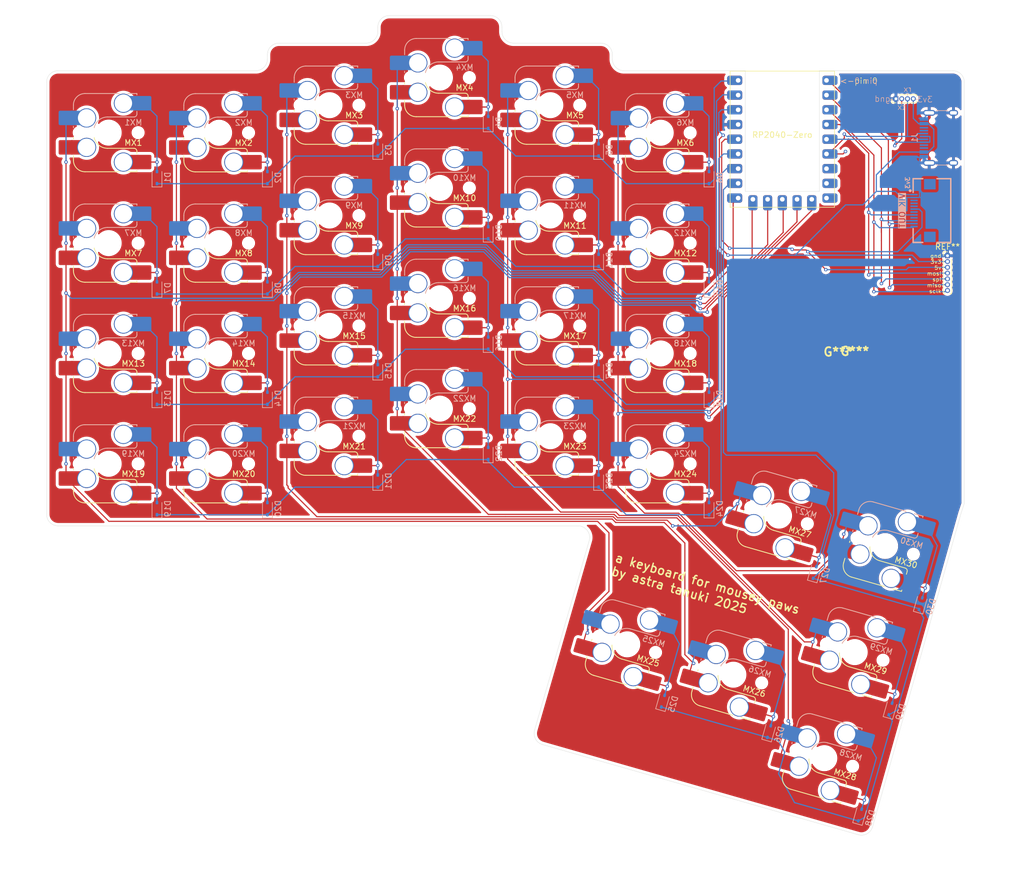
<source format=kicad_pcb>
(kicad_pcb (version 20240108) (generator "pcbnew") (generator_version "8.0")
  (layers (0 "F.Cu" signal) (31 "B.Cu" signal) (34 "B.Paste" user) (35 "F.Paste" user) (36 "B.SilkS" user "B.Silkscreen") (37 "F.SilkS" user "F.Silkscreen") (38 "B.Mask" user) (39 "F.Mask" user) (44 "Edge.Cuts" user))
  (net 0 "")
  (net 1 "row0")
  (net 2 "Net-(D1-A)")
  (net 3 "Net-(D2-A)")
  (net 4 "Net-(D3-A)")
  (net 5 "Net-(D4-A)")
  (net 6 "Net-(D5-A)")
  (net 7 "Net-(D6-A)")
  (net 8 "row1")
  (net 9 "Net-(D7-A)")
  (net 10 "Net-(D8-A)")
  (net 11 "Net-(D9-A)")
  (net 12 "Net-(D10-A)")
  (net 13 "Net-(D11-A)")
  (net 14 "Net-(D12-A)")
  (net 15 "row2")
  (net 16 "Net-(D13-A)")
  (net 17 "Net-(D14-A)")
  (net 18 "Net-(D15-A)")
  (net 19 "Net-(D16-A)")
  (net 20 "Net-(D17-A)")
  (net 21 "Net-(D18-A)")
  (net 22 "row3")
  (net 23 "Net-(D19-A)")
  (net 24 "Net-(D20-A)")
  (net 25 "Net-(D21-A)")
  (net 26 "Net-(D22-A)")
  (net 27 "Net-(D23-A)")
  (net 28 "Net-(D24-A)")
  (net 29 "row4")
  (net 30 "Net-(D25-A)")
  (net 31 "Net-(D26-A)")
  (net 32 "Net-(D27-A)")
  (net 33 "Net-(D28-A)")
  (net 34 "Net-(D29-A)")
  (net 35 "Net-(D30-A)")
  (net 39 "mosi")
  (net 41 "col0")
  (net 42 "col1")
  (net 43 "col2")
  (net 44 "col3")
  (net 45 "col4")
  (net 46 "col5")
  (net 47 "3v3")
  (net 48 "tx")
  (net 50 "rx")
  (net 51 "GND")
  (net 56 "5v")
  (net 57 "sclk")
  (net 59 "miso")
  (net 60 "SPI_CS")
  (footprint "marbastlib-mx:SW_MX_HS_CPG151101S11_1u" (layer "F.Cu") (at 133.35 76.2 180)
    (property "Reference" "MX18")
    (property "Value" "MX_SW_HS")
  )
  (footprint "marbastlib-mx:SW_MX_HS_CPG151101S11_1u" (layer "F.Cu") (at 76.1984 52.3864 180)
    (property "Reference" "MX9")
    (property "Value" "MX_SW_HS")
  )
  (footprint "marbastlib-mx:SW_MX_HS_CPG151101S11_1u" (layer "F.Cu") (at 172.071916 109.446146 164)
    (property "Reference" "MX30")
    (property "Value" "MX_SW_HS")
  )
  (footprint "Connector_PinHeader_1.00mm:PinHeader_1x07_P1.00mm_Vertical" (layer "F.Cu") (at 182.83 59.33)
    (property "Reference" "REF**")
    (property "Value" "PinHeader_1x07_P1.00mm_Vertical")
  )
  (footprint "marbastlib-mx:SW_MX_HS_CPG151101S11_1u" (layer "F.Cu") (at 57.1488 57.1488 180)
    (property "Reference" "MX8")
    (property "Value" "MX_SW_HS")
  )
  (footprint "marbastlib-mx:SW_MX_HS_CPG151101S11_1u" (layer "F.Cu") (at 95.248 85.7232 180)
    (property "Reference" "MX22")
    (property "Value" "MX_SW_HS")
  )
  (footprint "marbastlib-mx:SW_MX_HS_CPG151101S11_1u" (layer "F.Cu") (at 161.570354 146.069448 164)
    (property "Reference" "MX28")
    (property "Value" "MX_SW_HS")
  )
  (footprint "marbastlib-mx:SW_MX_HS_CPG151101S11_1u" (layer "F.Cu") (at 76.1984 71.4375 180)
    (property "Reference" "MX15")
    (property "Value" "MX_SW_HS")
  )
  (footprint "marbastlib-mx:SW_MX_HS_CPG151101S11_1u" (layer "F.Cu") (at 114.2976 33.3368 180)
    (property "Reference" "MX5")
    (property "Value" "MX_SW_HS")
  )
  (footprint "marbastlib-mx:SW_MX_HS_CPG151101S11_1u" (layer "F.Cu") (at 95.248 47.624 180)
    (property "Reference" "MX10")
    (property "Value" "MX_SW_HS")
  )
  (footprint "marbastlib-mx:SW_MX_HS_CPG151101S11_1u" (layer "F.Cu") (at 133.3472 38.0992 180)
    (property "Reference" "MX6")
    (property "Value" "MX_SW_HS")
  )
  (footprint "marbastlib-mx:SW_MX_HS_CPG151101S11_1u" (layer "F.Cu") (at 57.1488 76.1984 180)
    (property "Reference" "MX14")
    (property "Value" "MX_SW_HS")
  )
  (footprint "marbastlib-mx:SW_MX_HS_CPG151101S11_1u" (layer "F.Cu") (at 127.571674 126.411839 164)
    (property "Reference" "MX25")
    (property "Value" "MX_SW_HS")
  )
  (footprint "Connector_PinHeader_1.00mm:PinHeader_1x04_P1.00mm_Vertical" (layer "F.Cu") (at 173.93 32.23 90)
    (property "Reference" "REF**" (hide yes))
    (property "Value" "PinHeader_1x04_P1.00mm_Vertical" (hide yes))
  )
  (footprint "marbastlib-mx:SW_MX_HS_CPG151101S11_1u" (layer "F.Cu") (at 38.0992 76.1984 180)
    (property "Reference" "MX13")
    (property "Value" "MX_SW_HS")
  )
  (footprint "marbastlib-mx:SW_MX_HS_CPG151101S11_1u" (layer "F.Cu") (at 145.883654 131.662923 164)
    (property "Reference" "MX26")
    (property "Value" "MX_SW_HS")
  )
  (footprint "marbastlib-mx:SW_MX_HS_CPG151101S11_1u" (layer "F.Cu") (at 153.760266 104.195365 164)
    (property "Reference" "MX27")
    (property "Value" "MX_SW_HS")
  )
  (footprint "marbastlib-mx:SW_MX_HS_CPG151101S11_1u" (layer "F.Cu") (at 76.1984 90.4856 180)
    (property "Reference" "MX21")
    (property "Value" "MX_SW_HS")
  )
  (footprint "marbastlib-mx:SW_MX_HS_CPG151101S11_1u" (layer "F.Cu") (at 38.0992 38.07925 180)
    (property "Reference" "MX1")
    (property "Value" "MX_SW_HS")
  )
  (footprint "marbastlib-mx:SW_MX_HS_CPG151101S11_1u" (layer "F.Cu") (at 114.2976 90.4856 180)
    (property "Reference" "MX23")
    (property "Value" "MX_SW_HS")
  )
  (footprint "marbastlib-mx:SW_MX_HS_CPG151101S11_1u" (layer "F.Cu") (at 76.1984 33.3368 180)
    (property "Reference" "MX3")
    (property "Value" "MX_SW_HS")
  )
  (footprint "marbastlib-mx:SW_MX_HS_CPG151101S11_1u" (layer "F.Cu") (at 114.2976 71.436 180)
    (property "Reference" "MX17")
    (property "Value" "MX_SW_HS")
  )
  (footprint "rp2040-zero:RP2040-Zero" (layer "F.Cu") (at 144.17005 51.9148)
    (property "Reference" "RZ1")
    (property "Value" "RP2040-Zero")
  )
  (footprint "LOGO" (layer "F.Cu") (at 166.83 75.83)
    (property "Reference" "G***")
    (property "Value" "LOGO" (hide yes))
  )
  (footprint "marbastlib-mx:SW_MX_HS_CPG151101S11_1u" (layer "F.Cu") (at 166.821135 127.757797 164)
    (property "Reference" "MX29")
    (property "Value" "MX_SW_HS")
  )
  (footprint "marbastlib-mx:SW_MX_HS_CPG151101S11_1u" (layer "F.Cu") (at 57.15 95.25 180)
    (property "Reference" "MX20")
    (property "Value" "MX_SW_HS")
  )
  (footprint "LOGO" (layer "F.Cu") (at 163.93 75.93)
    (property "Reference" "G***")
    (property "Value" "LOGO" (hide yes))
  )
  (footprint "marbastlib-mx:SW_MX_HS_CPG151101S11_1u" (layer "F.Cu") (at 133.3472 95.248 180)
    (property "Reference" "MX24")
    (property "Value" "MX_SW_HS")
  )
  (footprint "marbastlib-mx:SW_MX_HS_CPG151101S11_1u" (layer "F.Cu") (at 57.1488 38.0992 180)
    (property "Reference" "MX2")
    (property "Value" "MX_SW_HS")
  )
  (footprint "marbastlib-mx:SW_MX_HS_CPG151101S11_1u" (layer "F.Cu") (at 133.3472 57.1488 180)
    (property "Reference" "MX12")
    (property "Value" "MX_SW_HS")
  )
  (footprint "marbastlib-mx:SW_MX_HS_CPG151101S11_1u" (layer "F.Cu") (at 38.0992 95.248 180)
    (property "Reference" "MX19")
    (property "Value" "MX_SW_HS")
  )
  (footprint "marbastlib-mx:SW_MX_HS_CPG151101S11_1u" (layer "F.Cu") (at 95.25 28.5744 180)
    (property "Reference" "MX4")
    (property "Value" "MX_SW_HS")
  )
  (footprint "marbastlib-mx:SW_MX_HS_CPG151101S11_1u" (layer "F.Cu") (at 95.248 66.6736 180)
    (property "Reference" "MX16")
    (property "Value" "MX_SW_HS")
  )
  (footprint "marbastlib-mx:SW_MX_HS_CPG151101S11_1u" (layer "F.Cu") (at 114.2976 52.3864 180)
    (property "Reference" "MX11")
    (property "Value" "MX_SW_HS")
  )
  (footprint "marbastlib-mx:SW_MX_HS_CPG151101S11_1u" (layer "F.Cu") (at 38.0992 57.1488 180)
    (property "Reference" "MX7")
    (property "Value" "MX_SW_HS")
  )
  (footprint "Diode_SMD:D_SOD-323" (layer "B.Cu") (at 103.5826 55.362 90)
    (property "Reference" "D10")
    (property "Value" "D_Small")
  )
  (footprint "marbastlib-mx:SW_MX_HS_CPG151101S11_1u" (layer "B.Cu") (at 114.3 71.4375 180)
    (property "Reference" "MX17")
    (property "Value" "MX_SW_HS")
  )
  (footprint "Diode_SMD:D_SOD-323" (layer "B.Cu") (at 46.4326 64.887 90)
    (property "Reference" "D7")
    (property "Value" "D_Small")
  )
  (footprint "marbastlib-mx:SW_MX_HS_CPG151101S11_1u" (layer "B.Cu") (at 133.35 57.15 180)
    (property "Reference" "MX12")
    (property "Value" "MX_SW_HS")
  )
  (footprint "marbastlib-mx:SW_MX_HS_CPG151101S11_1u" (layer "B.Cu") (at 114.3 33.3375 180)
    (property "Reference" "MX5")
    (property "Value" "MX_SW_HS")
  )
  (footprint "marbastlib-mx:SW_MX_HS_CPG151101S11_1u" (layer "B.Cu") (at 95.25 28.575 180)
    (property "Reference" "MX4")
    (property "Value" "MX_SW_HS")
  )
  (footprint "Diode_SMD:D_SOD-323" (layer "B.Cu") (at 141.6826 83.937 90)
    (property "Reference" "D18")
    (property "Value" "D_Small")
  )
  (footprint "marbastlib-various:USB_C_Receptacle_HRO_TYPE-C-31-M-12" (layer "B.Cu") (at 182.806325 38.98 -90)
    (property "Reference" "J1")
    (property "Value" "USB_C_Receptacle_USB2.0_14P")
  )
  (footprint "marbastlib-mx:SW_MX_HS_CPG151101S11_1u" (layer "B.Cu") (at 114.3 90.4875 180)
    (property "Reference" "MX23")
    (property "Value" "MX_SW_HS")
  )
  (footprint "Diode_SMD:D_SOD-323" (layer "B.Cu") (at 84.5326 98.2245 90)
    (property "Reference" "D21")
    (property "Value" "D_Small")
  )
  (footprint "Diode_SMD:D_SOD-323" (layer "B.Cu") (at 122.6326 60.1245 90)
    (property "Reference" "D11")
    (property "Value" "D_Small")
  )
  (footprint "Diode_SMD:D_SOD-323" (layer "B.Cu") (at 65.4826 83.937 90)
    (property "Reference" "D14")
    (property "Value" "D_Small")
  )
  (footprint "marbastlib-mx:SW_MX_HS_CPG151101S11_1u" (layer "B.Cu") (at 95.25 47.625 180)
    (property "Reference" "MX10")
    (property "Value" "MX_SW_HS")
  )
  (footprint "marbastlib-mx:SW_MX_HS_CPG151101S11_1u" (layer "B.Cu") (at 95.25 66.675 180)
    (property "Reference" "MX16")
    (property "Value" "MX_SW_HS")
  )
  (footprint "marbastlib-mx:SW_MX_HS_CPG151101S11_1u" (layer "B.Cu") (at 57.15 76.2 180)
    (property "Reference" "MX14")
    (property "Value" "MX_SW_HS")
  )
  (footprint "Diode_SMD:D_SOD-323" (layer "B.Cu") (at 141.6826 64.887 90)
    (property "Reference" "D12")
    (property "Value" "D_Small")
  )
  (footprint "Diode_SMD:D_SOD-323" (layer "B.Cu") (at 46.4326 45.837 90)
    (property "Reference" "D1")
    (property "Value" "D_Small")
  )
  (footprint "Diode_SMD:D_SOD-323" (layer "B.Cu") (at 46.4326 83.937 90)
    (property "Reference" "D13")
    (property "Value" "D_Small")
  )
  (footprint "Diode_SMD:D_SOD-323" (layer "B.Cu") (at 65.4826 64.887 90)
    (property "Reference" "D8")
    (property "Value" "D_Small")
  )
  (footprint "marbastlib-mx:SW_MX_HS_CPG151101S11_1u" (layer "B.Cu") (at 133.35 95.25 180)
    (property "Reference" "MX24")
    (property "Value" "MX_SW_HS")
  )
  (footprint "Diode_SMD:D_SOD-323" (layer "B.Cu") (at 167.734691 155.887816 74)
    (property "Reference" "D28")
    (property "Value" "D_Small")
  )
  (footprint "marbastlib-mx:SW_MX_HS_CPG151101S11_1u" (layer "B.Cu") (at 76.1984 33.3375 180)
    (property "Reference" "MX3")
    (property "Value" "MX_SW_HS")
  )
  (footprint "Diode_SMD:D_SOD-323" (layer "B.Cu") (at 141.6826 45.837 90)
    (property "Reference" "D6")
    (property "Value" "D_Small")
  )
  (footprint "marbastlib-mx:SW_MX_HS_CPG151101S11_1u" (layer "B.Cu") (at 38.1 57.15 180)
    (property "Reference" "MX7")
    (property "Value" "MX_SW_HS")
  )
  (footprint "Diode_SMD:D_SOD-323" (layer "B.Cu") (at 65.4826 45.837 90)
    (property "Reference" "D2")
    (property "Value" "D_Small")
  )
  (footprint "Diode_SMD:D_SOD-323" (layer "B.Cu") (at 84.5326 79.1745 90)
    (property "Reference" "D15")
    (property "Value" "D_Small")
  )
  (footprint "marbastlib-mx:SW_MX_HS_CPG151101S11_1u" (layer "B.Cu") (at 76.2 90.4875 180)
    (property "Reference" "MX21")
    (property "Value" "MX_SW_HS")
  )
  (footprint "Diode_SMD:D_SOD-323" (layer "B.Cu") (at 46.4326 102.987 90)
    (property "Reference" "D19")
    (property "Value" "D_Small")
  )
  (footprint "marbastlib-mx:SW_MX_HS_CPG151101S11_1u" (layer "B.Cu") (at 38.1 76.2 180)
    (property "Reference" "MX13")
    (property "Value" "MX_SW_HS")
  )
  (footprint "marbastlib-mx:SW_MX_HS_CPG151101S11_1u" (layer "B.Cu") (at 145.883654 131.662923 164)
    (property "Reference" "MX26")
    (property "Value" "MX_SW_HS")
  )
  (footprint "marbastlib-mx:SW_MX_HS_CPG151101S11_1u" (layer "B.Cu") (at 76.2 71.4375 180)
    (property "Reference" "MX15")
    (property "Value" "MX_SW_HS")
  )
  (footprint "Diode_SMD:D_SOD-323" (layer "B.Cu") (at 141.6826 102.987 90)
    (property "Reference" "D24")
    (property "Value" "D_Small")
  )
  (footprint "Diode_SMD:D_SOD-323" (layer "B.Cu") (at 103.5826 74.412 90)
    (property "Reference" "D16")
    (property "Value" "D_Small")
  )
  (footprint "marbastlib-mx:SW_MX_HS_CPG151101S11_1u" (layer "B.Cu") (at 95.25 85.725 180)
    (property "Reference" "MX22")
    (property "Value" "MX_SW_HS")
  )
  (footprint "Diode_SMD:D_SOD-323" (layer "B.Cu") (at 122.6326 98.2245 90)
    (property "Reference" "D23")
    (property "Value" "D_Small")
  )
  (footprint "marbastlib-mx:SW_MX_HS_CPG151101S11_1u" (layer "B.Cu") (at 172.071916 109.446146 164)
    (property "Reference" "MX30")
    (property "Value" "MX_SW_HS")
  )
  (footprint "Diode_SMD:D_SOD-323" (layer "B.Cu") (at 172.985582 137.575781 74)
    (property "Reference" "D29")
    (property "Value" "D_Small")
  )
  (footprint "Diode_SMD:D_SOD-323" (layer "B.Cu") (at 152.048101 141.480907 74)
    (property "Reference" "D26")
    (property "Value" "D_Small")
  )
  (footprint "Diode_SMD:D_SOD-323" (layer "B.Cu") (at 103.5826 36.312 90)
    (property "Reference" "D4")
    (property "Value" "D_Small")
  )
  (footprint "Diode_SMD:D_SOD-323" (layer "B.Cu") (at 84.5326 41.0745 90)
    (property "Reference" "D3")
    (property "Value" "D_Small")
  )
  (footprint "marbastlib-mx:SW_MX_HS_CPG151101S11_1u" (layer "B.Cu") (at 57.15 95.25 180)
    (property "Reference" "MX20")
    (property "Value" "MX_SW_HS")
  )
  (footprint "marbastlib-mx:SW_MX_HS_CPG151101S11_1u" (layer "B.Cu") (at 57.1488 38.0992 180)
    (property "Reference" "MX2")
    (property "Value" "MX_SW_HS")
  )
  (footprint "marbastlib-mx:SW_MX_HS_CPG151101S11_1u" (layer "B.Cu") (at 161.570243 146.069832 164)
    (property "Reference" "MX28")
    (property "Value" "MX_SW_HS")
  )
  (footprint "Diode_SMD:D_SOD-323" (layer "B.Cu") (at 133.736066 136.230015 74)
    (property "Reference" "D25")
    (property "Value" "D_Small")
  )
  (footprint "vik:vik-keyboard-connector-horizontal" (layer "B.Cu") (at 179.1 51.53 -90)
    (property "Reference" "J2" (hide yes))
    (property "Value" "~")
  )
  (footprint "marbastlib-mx:SW_MX_HS_CPG151101S11_1u" (layer "B.Cu") (at 38.0992 38.07925 180)
    (property "Reference" "MX1")
    (property "Value" "MX_SW_HS")
  )
  (footprint "marbastlib-mx:SW_MX_HS_CPG151101S11_1u" (layer "B.Cu") (at 114.3 52.3875 180)
    (property "Reference" "MX11")
    (property "Value" "MX_SW_HS")
  )
  (footprint "Diode_SMD:D_SOD-323" (layer "B.Cu") (at 122.6326 79.1745 90)
    (property "Reference" "D17")
    (property "Value" "D_Small")
  )
  (footprint "Diode_SMD:D_SOD-323" (layer "B.Cu") (at 122.6326 41.0745 90)
    (property "Reference" "D5")
    (property "Value" "D_Small")
  )
  (footprint "marbastlib-mx:SW_MX_HS_CPG151101S11_1u" (layer "B.Cu") (at 153.760266 104.195365 164)
    (property "Reference" "MX27")
    (property "Value" "MX_SW_HS")
  )
  (footprint "marbastlib-mx:SW_MX_HS_CPG151101S11_1u" (layer "B.Cu") (at 166.821135 127.757797 164)
    (property "Reference" "MX29")
    (property "Value" "MX_SW_HS")
  )
  (footprint "Diode_SMD:D_SOD-323" (layer "B.Cu") (at 159.924603 114.013733 74)
    (property "Reference" "D27")
    (property "Value" "D_Small")
  )
  (footprint "Diode_SMD:D_SOD-323" (layer "B.Cu") (at 103.5826 93.462 90)
    (property "Reference" "D22")
    (property "Value" "D_Small")
  )
  (footprint "marbastlib-mx:SW_MX_HS_CPG151101S11_1u" (layer "B.Cu") (at 133.35 38.1 180)
    (property "Reference" "MX6")
    (property "Value" "MX_SW_HS")
  )
  (footprint "Diode_SMD:D_SOD-323" (layer "B.Cu") (at 65.4826 102.987 90)
    (property "Reference" "D20")
    (property "Value" "D_Small")
  )
  (footprint "marbastlib-mx:SW_MX_HS_CPG151101S11_1u" (layer "B.Cu") (at 127.571619 126.412031 164)
    (property "Reference" "MX25")
    (property "Value" "MX_SW_HS")
  )
  (footprint "marbastlib-mx:SW_MX_HS_CPG151101S11_1u" (layer "B.Cu") (at 57.15 57.15 180)
    (property "Reference" "MX8")
    (property "Value" "MX_SW_HS")
  )
  (footprint "Diode_SMD:D_SOD-323" (layer "B.Cu") (at 178.197499 119.399668 74)
    (property "Reference" "D30")
    (property "Value" "D_Small")
  )
  (footprint "marbastlib-mx:SW_MX_HS_CPG151101S11_1u" (layer "B.Cu") (at 133.35 76.2 180)
    (property "Reference" "MX18")
    (property "Value" "MX_SW_HS")
  )
  (footprint "Diode_SMD:D_SOD-323" (layer "B.Cu") (at 84.5326 60.1245 90)
    (property "Reference" "D9")
    (property "Value" "D_Small")
  )
  (footprint "marbastlib-mx:SW_MX_HS_CPG151101S11_1u" (layer "B.Cu") (at 38.1 95.25 180)
    (property "Reference" "MX19")
    (property "Value" "MX_SW_HS")
  )
  (footprint "marbastlib-mx:SW_MX_HS_CPG151101S11_1u" (layer "B.Cu") (at 76.2 52.3875 180)
    (property "Reference" "MX9")
    (property "Value" "MX_SW_HS")
  )
  (gr_line (start 177.63 32.33) (end 177.43 32.33) (stroke (width 0.1)) (layer "B.SilkS"))
  (gr_line (start 174.93 33.23) (end 174.93 32.83) (stroke (width 0.1)) (layer "B.SilkS"))
  (gr_line (start 175.93 31.23) (end 175.93 31.63) (stroke (width 0.1)) (layer "B.SilkS"))
  (gr_line (start 172.93 32.33) (end 173.33 32.33) (stroke (width 0.1)) (layer "B.SilkS"))
  (gr_line (start 29.3838 27.3838) (end 63.483 27.3838) (stroke (width 0.05)) (layer "Edge.Cuts"))
  (gr_line (start 125.013 24.6214) (end 125.013 25.3838) (stroke (width 0.05)) (layer "Edge.Cuts"))
  (gr_line (start 185.73625 94.628921) (end 185.7336 102.09395) (stroke (width 0.05)) (layer "Edge.Cuts"))
  (gr_line (start 183.73625 27.3838) (end 160.731 27.3838) (stroke (width 0.05)) (layer "Edge.Cuts"))
  (gr_line (start 65.483 25.3838) (end 65.483 24.6214) (stroke (width 0.05)) (layer "Edge.Cuts"))
  (gr_arc (start 84.5326 19.859) (mid 85.118386 18.444786) (end 86.5326 17.859) (stroke (width 0.05)) (layer "Edge.Cuts"))
  (gr_line (start 84.5326 20.6214) (end 84.5326 19.859) (stroke (width 0.05)) (layer "Edge.Cuts"))
  (gr_arc (start 123.013 22.6214) (mid 124.427214 23.207186) (end 125.013 24.6214) (stroke (width 0.05)) (layer "Edge.Cuts"))
  (gr_line (start 185.192517 103.714685) (end 185.7336 102.09395) (stroke (width 0.05)) (layer "Edge.Cuts"))
  (gr_arc (start 84.5326 20.6214) (mid 83.946814 22.035614) (end 82.5326 22.6214) (stroke (width 0.05)) (layer "Edge.Cuts"))
  (gr_arc (start 103.9634 17.859) (mid 105.377614 18.444786) (end 105.9634 19.859) (stroke (width 0.05)) (layer "Edge.Cuts"))
  (gr_line (start 105.9634 19.859) (end 105.9634 20.6214) (stroke (width 0.05)) (layer "Edge.Cuts"))
  (gr_line (start 147.93205 48.2193) (end 160.731 48.2193) (stroke (width 0.05)) (layer "Edge.Cuts"))
  (gr_arc (start 65.483 25.3838) (mid 64.897214 26.798014) (end 63.483 27.3838) (stroke (width 0.05)) (layer "Edge.Cuts"))
  (gr_line (start 160.731 48.2193) (end 160.731 27.3838) (stroke (width 0.05)) (layer "Edge.Cuts"))
  (gr_line (start 185.192517 103.714685) (end 169.907614 157.906614) (stroke (width 0.05)) (layer "Edge.Cuts"))
  (gr_line (start 167.433273 159.286742) (end 112.950564 143.720254) (stroke (width 0.05)) (layer "Edge.Cuts"))
  (gr_line (start 147.93205 27.3838) (end 147.93205 48.2193) (stroke (width 0.05)) (layer "Edge.Cuts"))
  (gr_arc (start 119.081558 105.9634) (mid 120.679526 106.760696) (end 121.003441 108.516902) (stroke (width 0.05)) (layer "Edge.Cuts"))
  (gr_arc (start 27.3838 29.3838) (mid 27.969586 27.969586) (end 29.3838 27.3838) (stroke (width 0.05)) (layer "Edge.Cuts"))
  (gr_arc (start 127.013 27.3838) (mid 125.598786 26.798014) (end 125.013 25.3838) (stroke (width 0.05)) (layer "Edge.Cuts"))
  (gr_arc (start 29.3838 105.9634) (mid 27.969586 105.377614) (end 27.3838 103.9634) (stroke (width 0.05)) (layer "Edge.Cuts"))
  (gr_line (start 111.578123 141.243704) (end 121.003441 108.516902) (stroke (width 0.05)) (layer "Edge.Cuts"))
  (gr_line (start 127.013 27.3838) (end 147.93205 27.3838) (stroke (width 0.05)) (layer "Edge.Cuts"))
  (gr_arc (start 183.73625 27.3838) (mid 185.150496 27.969569) (end 185.73625 29.3838) (stroke (width 0.05)) (layer "Edge.Cuts"))
  (gr_line (start 67.483 22.6214) (end 82.5326 22.6214) (stroke (width 0.05)) (layer "Edge.Cuts"))
  (gr_line (start 107.9634 22.6214) (end 123.013 22.6214) (stroke (width 0.05)) (layer "Edge.Cuts"))
  (gr_arc (start 65.483 24.6214) (mid 66.068786 23.207186) (end 67.483 22.6214) (stroke (width 0.05)) (layer "Edge.Cuts"))
  (gr_line (start 185.73625 29.3838) (end 185.73625 94.628921) (stroke (width 0.05)) (layer "Edge.Cuts"))
  (gr_line (start 86.5326 17.859) (end 103.9634 17.859) (stroke (width 0.05)) (layer "Edge.Cuts"))
  (gr_arc (start 169.907614 157.906614) (mid 168.956964 159.110371) (end 167.433273 159.286742) (stroke (width 0.05)) (layer "Edge.Cuts"))
  (gr_arc (start 112.950564 143.720254) (mid 111.75066 142.766646) (end 111.578123 141.243704) (stroke (width 0.05)) (layer "Edge.Cuts"))
  (gr_arc (start 107.9634 22.6214) (mid 106.549186 22.035614) (end 105.9634 20.6214) (stroke (width 0.05)) (layer "Edge.Cuts"))
  (gr_line (start 27.3838 103.9634) (end 27.3838 29.3838) (stroke (width 0.05)) (layer "Edge.Cuts"))
  (gr_line (start 29.3838 105.9634) (end 119.081558 105.9634) (stroke (width 0.05)) (layer "Edge.Cuts"))
  (gr_text "gnd" (at 173.03 32.83 0) (layer "B.SilkS") (effects (font (size 1 1) (thickness 0.1)) (justify left bottom mirror)))
  (gr_text "tx" (at 175.63 34.23 0) (layer "B.SilkS") (effects (font (size 1 1) (thickness 0.1)) (justify left bottom mirror)))
  (gr_text "pin 0->" (at 170.83 29.73 0) (layer "B.SilkS") (effects (font (size 1 1) (thickness 0.1)) (justify left bottom mirror)))
  (gr_text "rx" (at 176.73 31.13 0) (layer "B.SilkS") (effects (font (size 1 1) (thickness 0.1)) (justify left bottom mirror)))
  (gr_text "3v3" (at 180.33 32.93 0) (layer "B.SilkS") (effects (font (size 1 1) (thickness 0.1)) (justify left bottom mirror)))
  (gr_text "<-pin 0" (at 164.23 29.73 0) (layer "F.SilkS") (effects (font (size 1 1) (thickness 0.1)) (justify left bottom)))
  (gr_text "gnd\n3v3\n5v\nmosi\nspi\nmiso\nsclk" (at 181.83 65.83 0) (layer "F.SilkS") (effects (font (size 0.63 0.7) (thickness 0.1) (bold yes)) (justify right bottom)))
  (gr_text "a keyboard for mousey paws\nby astra tanuki 2025" (at 124.53 114.53 344) (layer "F.SilkS") (effects (font (size 1.5 1.5) (thickness 0.25) (bold yes)) (justify left bottom)))
  (segment (start 142.57435 30.3603) (end 143.76495 29.1697) (width 0.2) (layer "B.Cu") (net 1))
  (segment (start 141.8231 46.887) (end 142.57435 46.13575) (width 0.2) (layer "B.Cu") (net 1))
  (segment (start 103.5826 37.362) (end 108.3451 42.1245) (width 0.2) (layer "B.Cu") (net 1))
  (segment (start 46.4326 46.887) (end 65.4826 46.887) (width 0.2) (layer "B.Cu") (net 1))
  (segment (start 70.2451 42.1245) (end 84.5326 42.1245) (width 0.2) (layer "B.Cu") (net 1))
  (segment (start 143.76495 29.1697) (end 146.59515 29.1697) (width 0.2) (layer "B.Cu") (net 1))
  (segment (start 65.4826 46.887) (end 70.2451 42.1245) (width 0.2) (layer "B.Cu") (net 1))
  (segment (start 127.3951 46.887) (end 141.6826 46.887) (width 0.2) (layer "B.Cu") (net 1))
  (segment (start 122.6326 42.1245) (end 127.3951 46.887) (width 0.2) (layer "B.Cu") (net 1))
  (segment (start 146.59515 29.1697) (end 146.71005 29.0548) (width 0.2) (layer "B.Cu") (net 1))
  (segment (start 84.5326 42.1245) (end 89.2951 37.362) (width 0.2) (layer "B.Cu") (net 1))
  (segment (start 89.2951 37.362) (end 103.5826 37.362) (width 0.2) (layer "B.Cu") (net 1))
  (segment (start 108.3451 42.1245) (end 122.6326 42.1245) (width 0.2) (layer "B.Cu") (net 1))
  (segment (start 141.6826 46.887) (end 141.8231 46.887) (width 0.2) (layer "B.Cu") (net 1))
  (segment (start 142.57435 46.13575) (end 142.57435 30.3603) (width 0.2) (layer "B.Cu") (net 1))
  (segment (start 44.1892 43.15925) (end 46.4326 43.15925) (width 0.2) (layer "F.Cu") (net 2))
  (via (at 46.4326 43.15925) (size 0.6) (drill 0.3) (layers "F.Cu" "B.Cu") (net 2))
  (segment (start 46.4326 35.24265) (end 46.4326 43.15925) (width 0.2) (layer "B.Cu") (net 2))
  (segment (start 46.4326 43.15925) (end 46.4326 44.787) (width 0.2) (layer "B.Cu") (net 2))
  (segment (start 44.1892 32.99925) (end 46.4326 35.24265) (width 0.2) (layer "B.Cu") (net 2))
  (segment (start 63.2388 43.1792) (end 65.46265 43.1792) (width 0.2) (layer "F.Cu") (net 3))
  (segment (start 65.46265 43.1792) (end 65.4826 43.15925) (width 0.2) (layer "F.Cu") (net 3))
  (via (at 65.4826 43.15925) (size 0.6) (drill 0.3) (layers "F.Cu" "B.Cu") (net 3))
  (segment (start 63.2388 33.0192) (end 65.4826 35.263) (width 0.2) (layer "B.Cu") (net 3))
  (segment (start 65.4826 35.263) (end 65.4826 43.15925) (width 0.2) (layer "B.Cu") (net 3))
  (segment (start 65.4826 43.15925) (end 65.4826 44.787) (width 0.2) (layer "B.Cu") (net 3))
  (segment (start 82.2884 38.4168) (end 84.51265 38.4168) (width 0.2) (layer "F.Cu") (net 4))
  (segment (start 84.51265 38.4168) (end 84.5326 38.39685) (width 0.2) (layer "F.Cu") (net 4))
  (via (at 84.5326 38.39685) (size 0.6) (drill 0.3) (layers "F.Cu" "B.Cu") (net 4))
  (segment (start 82.2884 28.2575) (end 84.5326 30.5017) (width 0.2) (layer "B.Cu") (net 4))
  (segment (start 84.5326 38.39685) (end 84.5326 40.0245) (width 0.2) (layer "B.Cu") (net 4))
  (segment (start 84.5326 30.5017) (end 84.5326 38.39685) (width 0.2) (layer "B.Cu") (net 4))
  (segment (start 101.34 33.6544) (end 103.56265 33.6544) (width 0.2) (layer "F.Cu") (net 5))
  (segment (start 103.56265 33.6544) (end 103.5826 33.63445) (width 0.2) (layer "F.Cu") (net 5))
  (via (at 103.5826 33.63445) (size 0.6) (drill 0.3) (layers "F.Cu" "B.Cu") (net 5))
  (segment (start 103.5826 25.7376) (end 103.5826 33.63445) (width 0.2) (layer "B.Cu") (net 5))
  (segment (start 101.34 23.495) (end 103.5826 25.7376) (width 0.2) (layer "B.Cu") (net 5))
  (segment (start 103.5826 33.63445) (end 103.5826 35.262) (width 0.2) (layer "B.Cu") (net 5))
  (segment (start 122.61265 38.4168) (end 122.6326 38.39685) (width 0.2) (layer "F.Cu") (net 6))
  (segment (start 120.3876 38.4168) (end 122.61265 38.4168) (width 0.2) (layer "F.Cu") (net 6))
  (via (at 122.6326 38.39685) (size 0.6) (drill 0.3) (layers "F.Cu" "B.Cu") (net 6))
  (segment (start 120.39 28.2575) (end 122.6326 30.5001) (width 0.2) (layer "B.Cu") (net 6))
  (segment (start 122.6326 38.39685) (end 122.6326 40.0245) (width 0.2) (layer "B.Cu") (net 6))
  (segment (start 122.6326 30.5001) (end 122.6326 38.39685) (width 0.2) (layer "B.Cu") (net 6))
  (segment (start 141.66265 43.1792) (end 141.6826 43.15925) (width 0.2) (layer "F.Cu") (net 7))
  (segment (start 139.4372 43.1792) (end 141.66265 43.1792) (width 0.2) (layer "F.Cu") (net 7))
  (via (at 141.6826 43.15925) (size 0.6) (drill 0.3) (layers "F.Cu" "B.Cu") (net 7))
  (segment (start 139.44 33.02) (end 141.6826 35.2626) (width 0.2) (layer "B.Cu") (net 7))
  (segment (start 141.6826 43.15925) (end 141.6826 44.787) (width 0.2) (layer "B.Cu") (net 7))
  (segment (start 141.6826 35.2626) (end 141.6826 43.15925) (width 0.2) (layer "B.Cu") (net 7))
  (segment (start 84.5326 61.1745) (end 89.2951 56.412) (width 0.2) (layer "B.Cu") (net 8))
  (segment (start 142.97435 32.63915) (end 144.0626 31.5509) (width 0.2) (layer "B.Cu") (net 8))
  (segment (start 127.3951 65.937) (end 141.6826 65.937) (width 0.2) (layer "B.Cu") (net 8))
  (segment (start 89.2951 56.412) (end 103.5826 56.412) (width 0.2) (layer "B.Cu") (net 8))
  (segment (start 70.2451 61.1745) (end 84.5326 61.1745) (width 0.2) (layer "B.Cu") (net 8))
  (segment (start 103.5826 56.412) (end 108.3451 61.1745) (width 0.2) (layer "B.Cu") (net 8))
  (segment (start 46.4326 65.937) (end 65.4826 65.937) (width 0.2) (layer "B.Cu") (net 8))
  (segment (start 108.3451 61.1745) (end 122.6326 61.1745) (width 0.2) (layer "B.Cu") (net 8))
  (segment (start 142.97435 64.64525) (end 142.97435 32.63915) (width 0.2) (layer "B.Cu") (net 8))
  (segment (start 144.0626 31.5509) (end 146.66615 31.5509) (width 0.2) (layer "B.Cu") (net 8))
  (segment (start 65.4826 65.937) (end 70.2451 61.1745) (width 0.2) (layer "B.Cu") (net 8))
  (segment (start 146.66615 31.5509) (end 146.71005 31.5948) (width 0.2) (layer "B.Cu") (net 8))
  (segment (start 141.6826 65.937) (end 142.97435 64.64525) (width 0.2) (layer "B.Cu") (net 8))
  (segment (start 122.6326 61.1745) (end 127.3951 65.937) (width 0.2) (layer "B.Cu") (net 8))
  (segment (start 46.41265 62.2288) (end 46.4326 62.20885) (width 0.2) (layer "F.Cu") (net 9))
  (segment (start 44.1892 62.2288) (end 46.41265 62.2288) (width 0.2) (layer "F.Cu") (net 9))
  (via (at 46.4326 62.20885) (size 0.6) (drill 0.3) (layers "F.Cu" "B.Cu") (net 9))
  (segment (start 44.19 52.07) (end 46.4326 54.3126) (width 0.2) (layer "B.Cu") (net 9))
  (segment (start 46.4326 62.20885) (end 46.4326 63.837) (width 0.2) (layer "B.Cu") (net 9))
  (segment (start 46.4326 54.3126) (end 46.4326 62.20885) (width 0.2) (layer "B.Cu") (net 9))
  (segment (start 65.46265 62.2288) (end 65.4826 62.20885) (width 0.2) (layer "F.Cu") (net 10))
  (segment (start 63.2388 62.2288) (end 65.46265 62.2288) (width 0.2) (layer "F.Cu") (net 10))
  (via (at 65.4826 62.20885) (size 0.6) (drill 0.3) (layers "F.Cu" "B.Cu") (net 10))
  (segment (start 65.4826 62.20885) (end 65.4826 63.837) (width 0.2) (layer "B.Cu") (net 10))
  (segment (start 63.24 52.07) (end 65.4826 54.3126) (width 0.2) (layer "B.Cu") (net 10))
  (segment (start 65.4826 54.3126) (end 65.4826 62.20885) (width 0.2) (layer "B.Cu") (net 10))
  (segment (start 84.51265 57.4664) (end 84.5326 57.44645) (width 0.2) (layer "F.Cu") (net 11))
  (segment (start 82.2884 57.4664) (end 84.51265 57.4664) (width 0.2) (layer "F.Cu") (net 11))
  (via (at 84.5326 57.44645) (size 0.6) (drill 0.3) (layers "F.Cu" "B.Cu") (net 11))
  (segment (start 82.29 47.3075) (end 84.5326 49.5501) (width 0.2) (layer "B.Cu") (net 11))
  (segment (start 84.5326 49.5501) (end 84.5326 57.44645) (width 0.2) (layer "B.Cu") (net 11))
  (segment (start 84.5326 57.44645) (end 84.5326 59.0745) (width 0.2) (layer "B.Cu") (net 11))
  (segment (start 101.338 52.704) (end 103.56265 52.704) (width 0.2) (layer "F.Cu") (net 12))
  (segment (start 103.56265 52.704) (end 103.5826 52.68405) (width 0.2) (layer "F.Cu") (net 12))
  (via (at 103.5826 52.68405) (size 0.6) (drill 0.3) (layers "F.Cu" "B.Cu") (net 12))
  (segment (start 103.5826 52.68405) (end 103.5826 54.312) (width 0.2) (layer "B.Cu") (net 12))
  (segment (start 103.5826 44.7876) (end 103.5826 52.68405) (width 0.2) (layer "B.Cu") (net 12))
  (segment (start 101.34 42.545) (end 103.5826 44.7876) (width 0.2) (layer "B.Cu") (net 12))
  (segment (start 122.61265 57.4664) (end 122.6326 57.44645) (width 0.2) (layer "F.Cu") (net 13))
  (segment (start 120.3876 57.4664) (end 122.61265 57.4664) (width 0.2) (layer "F.Cu") (net 13))
  (via (at 122.6326 57.44645) (size 0.6) (drill 0.3) (layers "F.Cu" "B.Cu") (net 13))
  (segment (start 122.6326 49.5501) (end 122.6326 57.44645) (width 0.2) (layer "B.Cu") (net 13))
  (segment (start 122.6326 57.44645) (end 122.6326 59.0745) (width 0.2) (layer "B.Cu") (net 13))
  (segment (start 120.39 47.3075) (end 122.6326 49.5501) (width 0.2) (layer "B.Cu") (net 13))
  (segment (start 141.66265 62.2288) (end 141.6826 62.20885) (width 0.2) (layer "F.Cu") (net 14))
  (segment (start 139.4372 62.2288) (end 141.66265 62.2288) (width 0.2) (layer "F.Cu") (net 14))
  (via (at 141.6826 62.20885) (size 0.6) (drill 0.3) (layers "F.Cu" "B.Cu") (net 14))
  (segment (start 141.6826 62.20885) (end 141.6826 63.837) (width 0.2) (layer "B.Cu") (net 14))
  (segment (start 141.6826 54.3126) (end 141.6826 62.20885) (width 0.2) (layer "B.Cu") (net 14))
  (segment (start 139.44 52.07) (end 141.6826 54.3126) (width 0.2) (layer "B.Cu") (net 14))
  (segment (start 65.4826 84.987) (end 70.2451 80.2245) (width 0.2) (layer "B.Cu") (net 15))
  (segment (start 122.6326 80.2245) (end 127.3951 84.987) (width 0.2) (layer "B.Cu") (net 15))
  (segment (start 70.2451 80.2245) (end 84.5326 80.2245) (width 0.2) (layer "B.Cu") (net 15))
  (segment (start 108.3451 80.2245) (end 122.6326 80.2245) (width 0.2) (layer "B.Cu") (net 15))
  (segment (start 84.5326 80.2245) (end 89.2951 75.462) (width 0.2) (layer "B.Cu") (net 15))
  (segment (start 127.3951 84.987) (end 141.6826 84.987) (width 0.2) (layer "B.Cu") (net 15))
  (segment (start 146.71005 41.7548) (end 144.1835 41.7548) (width 0.2) (layer "B.Cu") (net 15))
  (segment (start 46.4326 84.987) (end 65.4826 84.987) (width 0.2) (layer "B.Cu") (net 15))
  (segment (start 89.2951 75.462) (end 103.5826 75.462) (width 0.2) (layer "B.Cu") (net 15))
  (segment (start 144.1835 41.7548) (end 143.37435 42.56395) (width 0.2) (layer "B.Cu") (net 15))
  (segment (start 143.37435 42.56395) (end 143.37435 83.29525) (width 0.2) (layer "B.Cu") (net 15))
  (segment (start 143.37435 83.29525) (end 141.6826 84.987) (width 0.2) (layer "B.Cu") (net 15))
  (segment (start 103.5826 75.462) (end 108.3451 80.2245) (width 0.2) (layer "B.Cu") (net 15))
  (segment (start 46.41265 81.2784) (end 46.4326 81.25845) (width 0.2) (layer "F.Cu") (net 16))
  (segment (start 44.1892 81.2784) (end 46.41265 81.2784) (width 0.2) (layer "F.Cu") (net 16))
  (via (at 46.4326 81.25845) (size 0.6) (drill 0.3) (layers "F.Cu" "B.Cu") (net 16))
  (segment (start 44.19 71.12) (end 46.4326 73.3626) (width 0.2) (layer "B.Cu") (net 16))
  (segment (start 46.4326 73.3626) (end 46.4326 81.25845) (width 0.2) (layer "B.Cu") (net 16))
  (segment (start 46.4326 81.25845) (end 46.4326 82.887) (width 0.2) (layer "B.Cu") (net 16))
  (segment (start 65.46265 81.2784) (end 65.4826 81.25845) (width 0.2) (layer "F.Cu") (net 17))
  (segment (start 63.2388 81.2784) (end 65.46265 81.2784) (width 0.2) (layer "F.Cu") (net 17))
  (via (at 65.4826 81.25845) (size 0.6) (drill 0.3) (layers "F.Cu" "B.Cu") (net 17))
  (segment (start 65.4826 81.25845) (end 65.4826 82.887) (width 0.2) (layer "B.Cu") (net 17))
  (segment (start 65.4826 73.3626) (end 65.4826 81.25845) (width 0.2) (layer "B.Cu") (net 17))
  (segment (start 63.24 71.12) (end 65.4826 73.3626) (width 0.2) (layer "B.Cu") (net 17))
  (segment (start 82.2884 76.5175) (end 84.51115 76.5175) (width 0.2) (layer "F.Cu") (net 18))
  (segment (start 84.51115 76.5175) (end 84.5326 76.49605) (width 0.2) (layer "F.Cu") (net 18))
  (via (at 84.5326 76.49605) (size 0.6) (drill 0.3) (layers "F.Cu" "B.Cu") (net 18))
  (segment (start 84.5326 68.6001) (end 84.5326 76.49605) (width 0.2) (layer "B.Cu") (net 18))
  (segment (start 84.5326 76.49605) (end 84.5326 78.1245) (width 0.2) (layer "B.Cu") (net 18))
  (segment (start 82.29 66.3575) (end 84.5326 68.6001) (width 0.2) (layer "B.Cu") (net 18))
  (segment (start 101.338 71.7536) (end 103.56265 71.7536) (width 0.2) (layer "F.Cu") (net 19))
  (segment (start 103.56265 71.7536) (end 103.5826 71.73365) (width 0.2) (layer "F.Cu") (net 19))
  (via (at 103.5826 71.73365) (size 0.6) (drill 0.3) (layers "F.Cu" "B.Cu") (net 19))
  (segment (start 103.5826 63.8376) (end 103.5826 71.73365) (width 0.2) (layer "B.Cu") (net 19))
  (segment (start 103.5826 71.73365) (end 103.5826 73.362) (width 0.2) (layer "B.Cu") (net 19))
  (segment (start 101.34 61.595) (end 103.5826 63.8376) (width 0.2) (layer "B.Cu") (net 19))
  (segment (start 120.3876 76.516) (end 122.61265 76.516) (width 0.2) (layer "F.Cu") (net 20))
  (segment (start 122.61265 76.516) (end 122.6326 76.49605) (width 0.2) (layer "F.Cu") (net 20))
  (via (at 122.6326 76.49605) (size 0.6) (drill 0.3) (layers "F.Cu" "B.Cu") (net 20))
  (segment (start 120.39 66.3575) (end 122.6326 68.6001) (width 0.2) (layer "B.Cu") (net 20))
  (segment (start 122.6326 76.49605) (end 122.6326 78.1245) (width 0.2) (layer "B.Cu") (net 20))
  (segment (start 122.6326 68.6001) (end 122.6326 76.49605) (width 0.2) (layer "B.Cu") (net 20))
  (segment (start 141.66105 81.28) (end 141.6826 81.25845) (width 0.2) (layer "F.Cu") (net 21))
  (segment (start 139.44 81.28) (end 141.66105 81.28) (width 0.2) (layer "F.Cu") (net 21))
  (via (at 141.6826 81.25845) (size 0.6) (drill 0.3) (layers "F.Cu" "B.Cu") (net 21))
  (segment (start 139.44 71.12) (end 141.6826 73.3626) (width 0.2) (layer "B.Cu") (net 21))
  (segment (start 141.6826 73.3626) (end 141.6826 81.25845) (width 0.2) (layer "B.Cu") (net 21))
  (segment (start 141.6826 81.25845) (end 141.6826 82.887) (width 0.2) (layer "B.Cu") (net 21))
  (segment (start 46.4326 104.037) (end 65.4826 104.037) (width 0.2) (layer "B.Cu") (net 22))
  (segment (start 143.77435 45.2428) (end 144.72235 44.2948) (width 0.2) (layer "B.Cu") (net 22))
  (segment (start 108.04705 99.2745) (end 122.6326 99.2745) (width 0.2) (layer "B.Cu") (net 22))
  (segment (start 65.4826 104.037) (end 70.2451 99.2745) (width 0.2) (layer "B.Cu") (net 22))
  (segment (start 89.4357 94.512) (end 103.28455 94.512) (width 0.2) (layer "B.Cu") (net 22))
  (segment (start 141.6826 104.037) (end 143.77435 101.94525) (width 0.2) (layer "B.Cu") (net 22))
  (segment (start 84.6732 99.2745) (end 89.4357 94.512) (width 0.2) (layer "B.Cu") (net 22))
  (segment (start 70.2451 99.2745) (end 84.5326 99.2745) (width 0.2) (layer "B.Cu") (net 22))
  (segment (start 84.5326 99.2745) (end 84.6732 99.2745) (width 0.2) (layer "B.Cu") (net 22))
  (segment (start 103.28455 94.512) (end 103.5826 94.512) (width 0.2) (layer "B.Cu") (net 22))
  (segment (start 127.3951 104.037) (end 141.6826 104.037) (width 0.2) (layer "B.Cu") (net 22))
  (segment (start 144.72235 44.2948) (end 146.71005 44.2948) (width 0.2) (layer "B.Cu") (net 22))
  (segment (start 103.28455 94.512) (end 108.04705 99.2745) (width 0.2) (layer "B.Cu") (net 22))
  (segment (start 122.6326 99.2745) (end 127.3951 104.037) (width 0.2) (layer "B.Cu") (net 22))
  (segment (start 143.77435 101.94525) (end 143.77435 45.2428) (width 0.2) (layer "B.Cu") (net 22))
  (segment (start 46.41265 100.328) (end 46.4326 100.30805) (width 0.2) (layer "F.Cu") (net 23))
  (segment (start 44.1892 100.328) (end 46.41265 100.328) (width 0.2) (layer "F.Cu") (net 23))
  (via (at 46.4326 100.30805) (size 0.6) (drill 0.3) (layers "F.Cu" "B.Cu") (net 23))
  (segment (start 46.4326 100.30805) (end 46.4326 101.937) (width 0.2) (layer "B.Cu") (net 23))
  (segment (start 44.19 90.17) (end 46.4326 92.4126) (width 0.2) (layer "B.Cu") (net 23))
  (segment (start 46.4326 92.4126) (end 46.4326 100.30805) (width 0.2) (layer "B.Cu") (net 23))
  (segment (start 65.46065 100.33) (end 65.4826 100.30805) (width 0.2) (layer "F.Cu") (net 24))
  (segment (start 63.24 100.33) (end 65.46065 100.33) (width 0.2) (layer "F.Cu") (net 24))
  (via (at 65.4826 100.30805) (size 0.6) (drill 0.3) (layers "F.Cu" "B.Cu") (net 24))
  (segment (start 63.24 90.17) (end 65.4826 92.4126) (width 0.2) (layer "B.Cu") (net 24))
  (segment (start 65.4826 100.30805) (end 65.4826 101.937) (width 0.2) (layer "B.Cu") (net 24))
  (segment (start 65.4826 92.4126) (end 65.4826 100.30805) (width 0.2) (layer "B.Cu") (net 24))
  (segment (start 84.51265 95.5656) (end 84.5326 95.54565) (width 0.2) (layer "F.Cu") (net 25))
  (segment (start 82.2884 95.5656) (end 84.51265 95.5656) (width 0.2) (layer "F.Cu") (net 25))
  (via (at 84.5326 95.54565) (size 0.6) (drill 0.3) (layers "F.Cu" "B.Cu") (net 25))
  (segment (start 84.5326 87.6501) (end 84.5326 95.54565) (width 0.2) (layer "B.Cu") (net 25))
  (segment (start 84.5326 95.54565) (end 84.5326 97.1745) (width 0.2) (layer "B.Cu") (net 25))
  (segment (start 82.29 85.4075) (end 84.5326 87.6501) (width 0.2) (layer "B.Cu") (net 25))
  (segment (start 101.338 90.8032) (end 103.56265 90.8032) (width 0.2) (layer "F.Cu") (net 26))
  (segment (start 103.56265 90.8032) (end 103.5826 90.78325) (width 0.2) (layer "F.Cu") (net 26))
  (via (at 103.5826 90.78325) (size 0.6) (drill 0.3) (layers "F.Cu" "B.Cu") (net 26))
  (segment (start 103.5826 82.8876) (end 103.5826 90.78325) (width 0.2) (layer "B.Cu") (net 26))
  (segment (start 103.5826 90.78325) (end 103.5826 92.412) (width 0.2) (layer "B.Cu") (net 26))
  (segment (start 101.34 80.645) (end 103.5826 82.8876) (width 0.2) (layer "B.Cu") (net 26))
  (segment (start 122.61265 95.5656) (end 122.6326 95.54565) (width 0.2) (layer "F.Cu") (net 27))
  (segment (start 120.3876 95.5656) (end 122.61265 95.5656) (width 0.2) (layer "F.Cu") (net 27))
  (via (at 122.6326 95.54565) (size 0.6) (drill 0.3) (layers "F.Cu" "B.Cu") (net 27))
  (segment (start 120.39 85.4075) (end 122.6326 87.6501) (width 0.2) (layer "B.Cu") (net 27))
  (segment (start 122.6326 87.6501) (end 122.6326 95.54565) (width 0.2) (layer "B.Cu") (net 27))
  (segment (start 122.6326 95.54565) (end 122.6326 97.1745) (width 0.2) (layer "B.Cu") (net 27))
  (segment (start 141.6814 100.30805) (end 141.6826 100.30805) (width 0.2) (layer "F.Cu") (net 28))
  (segment (start 141.66145 100.328) (end 141.6814 100.30805) (width 0.2) (layer "F.Cu") (net 28))
  (segment (start 139.4372 100.328) (end 141.66145 100.328) (width 0.2) (layer "F.Cu") (net 28))
  (via (at 141.6826 100.30805) (size 0.6) (drill 0.3) (layers "F.Cu" "B.Cu") (net 28))
  (segment (start 139.44 90.17) (end 141.6826 92.4126) (width 0.2) (layer "B.Cu") (net 28))
  (segment (start 141.6826 92.4126) (end 141.6826 100.30805) (width 0.2) (layer "B.Cu") (net 28))
  (segment (start 141.6826 100.30805) (end 141.6826 101.937) (width 0.2) (layer "B.Cu") (net 28))
  (segment (start 153.626558 143.025836) (end 154.743474 145.040807) (width 0.2) (layer "B.Cu") (net 29))
  (segment (start 153.676909 148.760361) (end 156.437575 153.740735) (width 0.2) (layer "B.Cu") (net 29))
  (segment (start 146.71005 46.8348) (end 145.2612 46.8348) (width 0.2) (layer "B.Cu") (net 29))
  (segment (start 177.811681 120.235085) (end 177.908079 120.408993) (width 0.2) (layer "B.Cu") (net 29))
  (segment (start 172.696163 138.585106) (end 173.308391 139.689595) (width 0.2) (layer "B.Cu") (net 29))
  (segment (start 144.17435 47.92165) (end 144.17435 93.2762) (width 0.2) (layer "B.Cu") (net 29))
  (segment (start 144.6579 93.75975) (end 160.1357 93.75975) (width 0.2) (layer "B.Cu") (net 29))
  (segment (start 178.724384 121.881645) (end 174.168815 137.768801) (width 0.2) (layer "B.Cu") (net 29))
  (segment (start 151.758682 142.490232) (end 153.626558 143.025836) (width 0.2) (layer "B.Cu") (net 29))
  (segment (start 161.62395 111.023451) (end 161.62395 113.034292) (width 0.2) (layer "B.Cu") (net 29))
  (segment (start 133.446647 137.23934) (end 151.758682 142.490232) (width 0.2) (layer "B.Cu") (net 29))
  (segment (start 163.187515 96.811565) (end 163.187515 104.085787) (width 0.2) (layer "B.Cu") (net 29))
  (segment (start 154.743474 145.040807) (end 153.676909 148.760361) (width 0.2) (layer "B.Cu") (net 29))
  (segment (start 160.1357 93.75975) (end 163.187515 96.811565) (width 0.2) (layer "B.Cu") (net 29))
  (segment (start 161.293055 110.692555) (end 161.62395 111.023451) (width 0.2) (layer "B.Cu") (net 29))
  (segment (start 162.977148 104.819424) (end 161.365637 110.43943) (width 0.2) (layer "B.Cu") (net 29))
  (segment (start 156.437575 153.740735) (end 167.445271 156.897141) (width 0.2) (layer "B.Cu") (net 29))
  (segment (start 163.187515 104.085787) (end 163.096176 104.404321) (width 0.2) (layer "B.Cu") (net 29))
  (segment (start 159.635183 115.023058) (end 177.811681 120.235085) (width 0.2) (layer "B.Cu") (net 29))
  (segment (start 163.096176 104.404321) (end 162.977148 104.819424) (width 0.2) (layer "B.Cu") (net 29))
  (segment (start 161.62395 113.034292) (end 159.635184 115.023058) (width 0.2) (layer "B.Cu") (net 29))
  (segment (start 145.2612 46.8348) (end 144.17435 47.92165) (width 0.2) (layer "B.Cu") (net 29))
  (segment (start 173.308391 139.689595) (end 168.54976 156.284913) (width 0.2) (layer "B.Cu") (net 29))
  (segment (start 168.54976 156.284913) (end 167.445271 156.897141) (width 0.2) (layer "B.Cu") (net 29))
  (segment (start 174.168815 137.768801) (end 172.696163 138.585106) (width 0.2) (layer "B.Cu") (net 29))
  (segment (start 144.17435 93.2762) (end 144.6579 93.75975) (width 0.2) (layer "B.Cu") (net 29))
  (segment (start 177.908079 120.408993) (end 178.724384 121.881645) (width 0.2) (layer "B.Cu") (net 29))
  (segment (start 161.365637 110.43943) (end 161.293055 110.692555) (width 0.2) (layer "B.Cu") (net 29))
  (segment (start 134.449726 133.66881) (end 134.474402 133.655132) (width 0.2) (layer "F.Cu") (net 30))
  (segment (start 132.02552 132.97368) (end 134.449726 133.66881) (width 0.2) (layer "F.Cu") (net 30))
  (via (at 134.474402 133.655132) (size 0.6) (drill 0.3) (layers "F.Cu" "B.Cu") (net 30))
  (segment (start 134.82594 123.207453) (end 136.568694 126.351465) (width 0.2) (layer "B.Cu") (net 30))
  (segment (start 136.568694 126.351465) (end 134.474402 133.655132) (width 0.2) (layer "B.Cu") (net 30))
  (segment (start 134.474402 133.655132) (end 134.025485 135.22069) (width 0.2) (layer "B.Cu") (net 30))
  (segment (start 152.761761 138.919701) (end 152.786437 138.906023) (width 0.2) (layer "F.Cu") (net 31))
  (segment (start 150.337555 138.224572) (end 152.761761 138.919701) (width 0.2) (layer "F.Cu") (net 31))
  (via (at 152.786437 138.906023) (size 0.6) (drill 0.3) (layers "F.Cu" "B.Cu") (net 31))
  (segment (start 153.137975 128.458345) (end 154.88073 131.602357) (width 0.2) (layer "B.Cu") (net 31))
  (segment (start 154.88073 131.602357) (end 152.786437 138.906023) (width 0.2) (layer "B.Cu") (net 31))
  (segment (start 152.786437 138.906023) (end 152.33752 140.471582) (width 0.2) (layer "B.Cu") (net 31))
  (segment (start 160.638317 111.452336) (end 160.662994 111.438657) (width 0.2) (layer "F.Cu") (net 32))
  (segment (start 158.214112 110.757206) (end 160.638317 111.452336) (width 0.2) (layer "F.Cu") (net 32))
  (via (at 160.662994 111.438657) (size 0.6) (drill 0.3) (layers "F.Cu" "B.Cu") (net 32))
  (segment (start 161.014587 100.990787) (end 162.757341 104.134799) (width 0.2) (layer "B.Cu") (net 32))
  (segment (start 160.662994 111.438657) (end 160.214022 113.004408) (width 0.2) (layer "B.Cu") (net 32))
  (segment (start 162.757341 104.134799) (end 160.662994 111.438657) (width 0.2) (layer "B.Cu") (net 32))
  (segment (start 166.0242 152.631289) (end 168.448406 153.326418) (width 0.2) (layer "F.Cu") (net 33))
  (segment (start 168.448406 153.326418) (end 168.473082 153.31274) (width 0.2) (layer "F.Cu") (net 33))
  (via (at 168.473082 153.31274) (size 0.6) (drill 0.3) (layers "F.Cu" "B.Cu") (net 33))
  (segment (start 170.567319 146.009266) (end 168.473082 153.31274) (width 0.2) (layer "B.Cu") (net 33))
  (segment (start 168.824565 142.865254) (end 170.567319 146.009266) (width 0.2) (layer "B.Cu") (net 33))
  (segment (start 168.473082 153.31274) (end 168.02411 154.878491) (width 0.2) (layer "B.Cu") (net 33))
  (segment (start 171.274981 134.319638) (end 173.699187 135.014768) (width 0.2) (layer "F.Cu") (net 34))
  (segment (start 173.699187 135.014768) (end 173.723863 135.001089) (width 0.2) (layer "F.Cu") (net 34))
  (via (at 173.723863 135.001089) (size 0.6) (drill 0.3) (layers "F.Cu" "B.Cu") (net 34))
  (segment (start 175.818211 127.697231) (end 173.723863 135.001089) (width 0.2) (layer "B.Cu") (net 34))
  (segment (start 173.723863 135.001089) (end 173.275001 136.566456) (width 0.2) (layer "B.Cu") (net 34))
  (segment (start 174.075457 124.553219) (end 175.818211 127.697231) (width 0.2) (layer "B.Cu") (net 34))
  (segment (start 178.949968 116.703117) (end 178.974644 116.689439) (width 0.2) (layer "F.Cu") (net 35))
  (segment (start 176.525762 116.007987) (end 178.949968 116.703117) (width 0.2) (layer "F.Cu") (net 35))
  (via (at 178.974644 116.689439) (size 0.6) (drill 0.3) (layers "F.Cu" "B.Cu") (net 35))
  (segment (start 178.974644 116.689439) (end 178.486918 118.390343) (width 0.2) (layer "B.Cu") (net 35))
  (segment (start 181.068992 109.38558) (end 178.974644 116.689439) (width 0.2) (layer "B.Cu") (net 35))
  (segment (start 179.326238 106.241568) (end 181.068992 109.38558) (width 0.2) (layer "B.Cu") (net 35))
  (segment (start 164.274314 36.6748) (end 164.779757 37.180243) (width 0.2) (layer "F.Cu") (net 39))
  (segment (start 169.23 51.83) (end 169.23 62.63) (width 0.2) (layer "F.Cu") (net 39))
  (segment (start 164.779757 37.180243) (end 169.23 41.630486) (width 0.2) (layer "F.Cu") (net 39))
  (segment (start 169.23 41.630486) (end 169.23 51.83) (width 0.2) (layer "F.Cu") (net 39))
  (segment (start 161.95005 36.6748) (end 164.274314 36.6748) (width 0.2) (layer "F.Cu") (net 39))
  (via (at 169.23 62.63) (size 0.6) (drill 0.3) (layers "F.Cu" "B.Cu") (net 39))
  (via (at 169.23 51.83) (size 0.6) (drill 0.3) (layers "F.Cu" "B.Cu") (net 39))
  (segment (start 177.062 52.28) (end 169.68 52.28) (width 0.2) (layer "B.Cu") (net 39))
  (segment (start 169.53 62.33) (end 182.83 62.33) (width 0.2) (layer "B.Cu") (net 39))
  (segment (start 169.68 52.28) (end 169.23 51.83) (width 0.2) (layer "B.Cu") (net 39))
  (segment (start 169.23 62.63) (end 169.53 62.33) (width 0.2) (layer "B.Cu") (net 39))
  (segment (start 122.4459 105.1822) (end 124.4177 107.154) (width 0.2) (layer "F.Cu") (net 41))
  (segment (start 30.7392 97.788) (end 38.1334 105.1822) (width 0.2) (layer "F.Cu") (net 41))
  (segment (start 38.1334 105.1822) (end 122.4459 105.1822) (width 0.2) (layer "F.Cu") (net 41))
  (segment (start 124.4177 117.2741) (end 120.705574 120.986226) (width 0.2) (layer "F.Cu") (net 41))
  (segment (start 30.7392 43.15925) (end 30.7392 57.1488) (width 0.2) (layer "F.Cu") (net 41))
  (segment (start 120.436919 124.591934) (end 120.705574 124.443017) (width 0.2) (layer "F.Cu") (net 41))
  (segment (start 120.705574 120.986226) (end 120.705574 124.443017) (width 0.2) (layer "F.Cu") (net 41))
  (segment (start 145.8485 61.01825) (end 145.8485 50.23635) (width 0.2) (layer "F.Cu") (net 41))
  (segment (start 30.7392 40.61925) (end 30.7392 43.15925) (width 0.2) (layer "F.Cu") (net 41))
  (segment (start 119.796669 126.824753) (end 120.436919 124.591934) (width 0.2) (layer "F.Cu") (net 41))
  (segment (start 30.7392 95.248) (end 30.7392 97.788) (width 0.2) (layer "F.Cu") (net 41))
  (segment (start 145.8485 50.23635) (end 146.71005 49.3748) (width 0.2) (layer "F.Cu") (net 41))
  (segment (start 30.7392 76.1984) (end 30.7392 95.248) (width 0.2) (layer "F.Cu") (net 41))
  (segment (start 30.7392 57.1488) (end 30.7392 76.1984) (width 0.2) (layer "F.Cu") (net 41))
  (segment (start 124.4177 107.154) (end 124.4177 117.2741) (width 0.2) (layer "F.Cu") (net 41))
  (segment (start 140.19315 66.6736) (end 145.8485 61.01825) (width 0.2) (layer "F.Cu") (net 41))
  (via (at 30.7392 95.248) (size 0.6) (drill 0.3) (layers "F.Cu" "B.Cu") (net 41))
  (via (at 30.7392 76.1984) (size 0.6) (drill 0.3) (layers "F.Cu" "B.Cu") (net 41))
  (via (at 30.7392 65.78065) (size 0.6) (drill 0.3) (layers "F.Cu" "B.Cu") (net 41))
  (via (at 30.7392 57.1488) (size 0.6) (drill 0.3) (layers "F.Cu" "B.Cu") (net 41))
  (via (at 140.19315 66.6736) (size 0.6) (drill 0.3) (layers "F.Cu" "B.Cu") (net 41))
  (via (at 30.7392 43.15925) (size 0.6) (drill 0.3) (layers "F.Cu" "B.Cu") (net 41))
  (via (at 120.705574 124.443017) (size 0.6) (drill 0.3) (layers "F.Cu" "B.Cu") (net 41))
  (segment (start 123.52475 63.39945) (end 126.7989 66.6736) (width 0.2) (layer "B.Cu") (net 41))
  (segment (start 30.74 54.61) (end 30.74 57.148) (width 0.2) (layer "B.Cu") (net 41))
  (segment (start 120.720743 123.602123) (end 121.196851 121.941736) (width 0.2) (layer "B.Cu") (net 41))
  (segment (start 103.28455 57.44645) (end 106.5587 60.7206) (width 0.2) (layer "B.Cu") (net 41))
  (segment (start 31.63215 66.6736) (end 52.68405 66.6736) (width 0.2) (layer "B.Cu") (net 41))
  (segment (start 126.7989 66.6736) (end 140.19315 66.6736) (width 0.2) (layer "B.Cu") (net 41))
  (segment (start 84.83025 62.20885) (end 86.02085 61.01825) (width 0.2) (layer "B.Cu") (net 41))
  (segment (start 30.74 92.71) (end 30.74 95.2472) (width 0.2) (layer "B.Cu") (net 41))
  (segment (start 30.7392 35.53925) (end 30.7392 43.15925) (width 0.2) (layer "B.Cu") (net 41))
  (segment (start 107.7493 61.9112) (end 109.5352 61.9112) (width 0.2) (layer "B.Cu") (net 41))
  (segment (start 66.37595 66.6736) (end 69.0548 63.99475) (width 0.2) (layer "B.Cu") (net 41))
  (segment (start 106.5587 60.7206) (end 107.7493 61.9112) (width 0.2) (layer "B.Cu") (net 41))
  (segment (start 120.869661 123.870777) (end 120.720743 123.602123) (width 0.2) (layer "B.Cu") (net 41))
  (segment (start 66.0783 66.6736) (end 66.37595 66.6736) (width 0.2) (layer "B.Cu") (net 41))
  (segment (start 71.73365 62.20885) (end 84.83025 62.20885) (width 0.2) (layer "B.Cu") (net 41))
  (segment (start 86.02085 61.01825) (end 89.59265 57.44645) (width 0.2) (layer "B.Cu") (net 41))
  (segment (start 30.74 95.2472) (end 30.7392 95.248) (width 0.2) (layer "B.Cu") (net 41))
  (segment (start 122.0365 61.9112) (end 123.52475 63.39945) (width 0.2) (layer "B.Cu") (net 41))
  (segment (start 120.705574 124.443017) (end 120.869661 123.870777) (width 0.2) (layer "B.Cu") (net 41))
  (segment (start 69.0548 63.99475) (end 70.8407 62.20885) (width 0.2) (layer "B.Cu") (net 41))
  (segment (start 30.74 57.148) (end 30.7392 57.1488) (width 0.2) (layer "B.Cu") (net 41))
  (segment (start 30.7392 65.78065) (end 31.63215 66.6736) (width 0.2) (layer "B.Cu") (net 41))
  (segment (start 30.74 73.66) (end 30.74 76.1976) (width 0.2) (layer "B.Cu") (net 41))
  (segment (start 70.8407 62.20885) (end 71.73365 62.20885) (width 0.2) (layer "B.Cu") (net 41))
  (segment (start 109.5352 61.9112) (end 122.0365 61.9112) (width 0.2) (layer "B.Cu") (net 41))
  (segment (start 89.59265 57.44645) (end 103.28455 57.44645) (width 0.2) (layer "B.Cu") (net 41))
  (segment (start 30.74 76.1976) (end 30.7392 76.1984) (width 0.2) (layer "B.Cu") (net 41))
  (segment (start 52.68405 66.6736) (end 66.0783 66.6736) (width 0.2) (layer "B.Cu") (net 41))
  (segment (start 55.07465 104.7822) (end 124.979278 104.7822) (width 0.2) (layer "F.Cu") (net 42))
  (segment (start 49.7888 43.15925) (end 49.7888 57.1488) (width 0.2) (layer "F.Cu") (net 42))
  (segment (start 49.7888 97.7888) (end 49.79 97.79) (width 0.2) (layer "F.Cu") (net 42))
  (segment (start 133.9519 105.3775) (end 137.5143 108.9399) (width 0.2) (layer "F.Cu") (net 42))
  (segment (start 49.79 97.79) (end 49.79 99.49755) (width 0.2) (layer "F.Cu") (net 42))
  (segment (start 49.7888 40.6392) (end 49.7888 43.15925) (width 0.2) (layer "F.Cu") (net 42))
  (segment (start 138.749065 129.842441) (end 139.017225 129.693798) (width 0.2) (layer "F.Cu") (net 42))
  (segment (start 49.7888 76.1984) (end 49.7888 95.248) (width 0.2) (layer "F.Cu") (net 42))
  (segment (start 125.574578 105.3775) (end 133.9519 105.3775) (width 0.2) (layer "F.Cu") (net 42))
  (segment (start 149.12265 49.7122) (end 149.25005 49.5848) (width 0.2) (layer "F.Cu") (net 42))
  (segment (start 49.79 99.49755) (end 55.07465 104.7822) (width 0.2) (layer "F.Cu") (net 42))
  (segment (start 140.19315 67.56655) (end 141.0861 67.56655) (width 0.2) (layer "F.Cu") (net 42))
  (segment (start 49.7888 57.1488) (end 49.7888 76.1984) (width 0.2) (layer "F.Cu") (net 42))
  (segment (start 141.0861 67.56655) (end 149.12265 59.53) (width 0.2) (layer "F.Cu") (net 42))
  (segment (start 137.5143 108.9399) (end 137.5143 128.190873) (width 0.2) (layer "F.Cu") (net 42))
  (segment (start 124.979278 104.7822) (end 125.574578 105.3775) (width 0.2) (layer "F.Cu") (net 42))
  (segment (start 137.5143 128.190873) (end 139.017225 129.693798) (width 0.2) (layer "F.Cu") (net 42))
  (segment (start 149.12265 59.53) (end 149.12265 49.7122) (width 0.2) (layer "F.Cu") (net 42))
  (segment (start 138.108649 132.075837) (end 138.749065 129.842441) (width 0.2) (layer "F.Cu") (net 42))
  (segment (start 49.7888 95.248) (end 49.7888 97.7888) (width 0.2) (layer "F.Cu") (net 42))
  (via (at 49.7888 95.248) (size 0.6) (drill 0.3) (layers "F.Cu" "B.Cu") (net 42))
  (via (at 49.7888 67.56655) (size 0.6) (drill 0.3) (layers "F.Cu" "B.Cu") (net 42))
  (via (at 140.19315 67.56655) (size 0.6) (drill 0.3) (layers "F.Cu" "B.Cu") (net 42))
  (via (at 49.7888 43.15925) (size 0.6) (drill 0.3) (layers "F.Cu" "B.Cu") (net 42))
  (via (at 139.017225 129.693798) (size 0.6) (drill 0.3) (layers "F.Cu" "B.Cu") (net 42))
  (via (at 49.7888 76.1984) (size 0.6) (drill 0.3) (layers "F.Cu" "B.Cu") (net 42))
  (via (at 49.7888 57.1488) (size 0.6) (drill 0.3) (layers "F.Cu" "B.Cu") (net 42))
  (segment (start 49.7888 67.56655) (end 50.28175 67.0736) (width 0.2) (layer "B.Cu") (net 42))
  (segment (start 49.79 92.71) (end 49.79 95.2468) (width 0.2) (layer "B.Cu") (net 42))
  (segment (start 125.027807 65.468193) (end 126.633214 67.0736) (width 0.2) (layer "B.Cu") (net 42))
  (segment (start 107.583614 62.3112) (end 109.23755 62.3112) (width 0.2) (layer "B.Cu") (net 42))
  (segment (start 49.79 57.1476) (end 49.7888 57.1488) (width 0.2) (layer "B.Cu") (net 42))
  (segment (start 50.28175 67.0736) (end 51.1958 67.0736) (width 0.2) (layer "B.Cu") (net 42))
  (segment (start 138.868581 129.425638) (end 139.508887 127.192627) (width 0.2) (layer "B.Cu") (net 42))
  (segment (start 49.7888 35.5592) (end 49.7888 43.15925) (width 0.2) (layer "B.Cu") (net 42))
  (segment (start 49.79 73.66) (end 49.79 76.1972) (width 0.2) (layer "B.Cu") (net 42))
  (segment (start 66.57125 67.0736) (end 68.16185 65.483) (width 0.2) (layer "B.Cu") (net 42))
  (segment (start 49.79 76.1972) (end 49.7888 76.1984) (width 0.2) (layer "B.Cu") (net 42))
  (segment (start 139.017225 129.693798) (end 138.868581 129.425638) (width 0.2) (layer "B.Cu") (net 42))
  (segment (start 84.995936 62.60885) (end 86.154868 61.449918) (width 0.2) (layer "B.Cu") (net 42))
  (segment (start 68.16185 65.483) (end 68.16185 65.453386) (width 0.2) (layer "B.Cu") (net 42))
  (segment (start 109.23755 62.3112) (end 121.870814 62.3112) (width 0.2) (layer "B.Cu") (net 42))
  (segment (start 51.1958 67.0736) (end 66.57125 67.0736) (width 0.2) (layer "B.Cu") (net 42))
  (segment (start 91.97385 57.84645) (end 103.118864 57.84645) (width 0.2) (layer "B.Cu") (net 42))
  (segment (start 129.7754 67.0736) (end 139.7002 67.0736) (width 0.2) (layer "B.Cu") (net 42))
  (segment (start 139.7002 67.0736) (end 139.8955 67.2689) (width 0.2) (layer "B.Cu") (net 42))
  (segment (start 103.118864 57.84645) (end 104.043482 58.771068) (width 0.2) (layer "B.Cu") (net 42))
  (segment (start 49.79 54.61) (end 49.79 57.1476) (width 0.2) (layer "B.Cu") (net 42))
  (segment (start 71.006386 62.60885) (end 71.899335 62.60885) (width 0.2) (layer "B.Cu") (net 42))
  (segment (start 86.154868 61.449918) (end 89.758336 57.84645) (width 0.2) (layer "B.Cu") (net 42))
  (segment (start 126.633214 67.0736) (end 129.7754 67.0736) (width 0.2) (layer "B.Cu") (net 42))
  (segment (start 68.16185 65.453386) (end 71.006386 62.60885) (width 0.2) (layer "B.Cu") (net 42))
  (segment (start 121.870814 62.3112) (end 125.027807 65.468193) (width 0.2) (layer "B.Cu") (net 42))
  (segment (start 139.8955 67.2689) (end 140.19315 67.56655) (width 0.2) (layer "B.Cu") (net 42))
  (segment (start 89.758336 57.84645) (end 91.97385 57.84645) (width 0.2) (layer "B.Cu") (net 42))
  (segment (start 49.79 95.2468) (end 49.7888 95.248) (width 0.2) (layer "B.Cu") (net 42))
  (segment (start 71.899335 62.60885) (end 84.995936 62.60885) (width 0.2) (layer "B.Cu") (net 42))
  (segment (start 104.043482 58.771068) (end 107.583614 62.3112) (width 0.2) (layer "B.Cu") (net 42))
  (segment (start 74.0219 104.3822) (end 106.5587 104.3822) (width 0.2) (layer "F.Cu") (net 43))
  (segment (start 125.274282 104.511518) (end 125.740264 104.9775) (width 0.2) (layer "F.Cu") (net 43))
  (segment (start 140.758836 68.4595) (end 151.8015 57.416836) (width 0.2) (layer "F.Cu") (net 43))
  (segment (start 68.8384 38.39685) (end 68.8384 52.3864) (width 0.2) (layer "F.Cu") (net 43))
  (segment (start 69.0548 99.11745) (end 69.0548 99.4151) (width 0.2) (layer "F.Cu") (net 43))
  (segment (start 125.740264 104.9775) (end 127.09655 104.9775) (width 0.2) (layer "F.Cu") (net 43))
  (segment (start 127.09655 104.9775) (end 134.44485 104.9775) (width 0.2) (layer "F.Cu") (net 43))
  (segment (start 146.662984 102.244776) (end 146.607277 102.144278) (width 0.2) (layer "F.Cu") (net 43))
  (segment (start 68.8384 93.0256) (end 68.8384 98.90105) (width 0.2) (layer "F.Cu") (net 43))
  (segment (start 145.985261 104.608279) (end 146.662984 102.244776) (width 0.2) (layer "F.Cu") (net 43))
  (segment (start 125.144964 104.3822) (end 125.274282 104.511518) (width 0.2) (layer "F.Cu") (net 43))
  (segment (start 68.8384 98.90105) (end 69.0548 99.11745) (width 0.2) (layer "F.Cu") (net 43))
  (segment (start 68.8384 71.436) (end 68.8384 90.4856) (width 0.2) (layer "F.Cu") (net 43))
  (segment (start 106.5587 104.3822) (end 125.144964 104.3822) (width 0.2) (layer "F.Cu") (net 43))
  (segment (start 68.8384 71.436) (end 68.8384 65.78065) (width 0.2) (layer "F.Cu") (net 43))
  (segment (start 68.8384 35.8768) (end 68.8384 38.39685) (width 0.2) (layer "F.Cu") (net 43))
  (segment (start 151.8015 49.59625) (end 151.79005 49.5848) (width 0.2) (layer "F.Cu") (net 43))
  (segment (start 69.0548 99.4151) (end 74.0219 104.3822) (width 0.2) (layer "F.Cu") (net 43))
  (segment (start 68.8384 52.3864) (end 68.8384 65.78065) (width 0.2) (layer "F.Cu") (net 43))
  (segment (start 151.8015 57.416836) (end 151.8015 49.59625) (width 0.2) (layer "F.Cu") (net 43))
  (segment (start 68.8384 90.4856) (end 68.8384 93.0256) (width 0.2) (layer "F.Cu") (net 43))
  (segment (start 140.19315 68.4595) (end 140.758836 68.4595) (width 0.2) (layer "F.Cu") (net 43))
  (segment (start 134.44485 104.9775) (end 135.43075 105.9634) (width 0.2) (layer "F.Cu") (net 43))
  (via (at 68.8384 65.78065) (size 0.6) (drill 0.3) (layers "F.Cu" "B.Cu") (net 43))
  (via (at 146.607277 102.144278) (size 0.6) (drill 0.3) (layers "F.Cu" "B.Cu") (net 43))
  (via (at 68.8384 38.39685) (size 0.6) (drill 0.3) (layers "F.Cu" "B.Cu") (net 43))
  (via (at 140.19315 68.4595) (size 0.6) (drill 0.3) (layers "F.Cu" "B.Cu") (net 43))
  (via (at 68.8384 71.436) (size 0.6) (drill 0.3) (layers "F.Cu" "B.Cu") (net 43))
  (via (at 68.8384 90.4856) (size 0.6) (drill 0.3) (layers "F.Cu" "B.Cu") (net 43))
  (via (at 135.43075 105.9634) (size 0.6) (drill 0.3) (layers "F.Cu" "B.Cu") (net 43))
  (via (at 68.8384 52.3864) (size 0.6) (drill 0.3) (layers "F.Cu" "B.Cu") (net 43))
  (segment (start 89.98325 58.24645) (end 90.78325 58.24645) (width 0.2) (layer "B.Cu") (net 43))
  (segment (start 68.84 71.4344) (end 68.8384 71.436) (width 0.2) (layer "B.Cu") (net 43))
  (segment (start 72.32895 63.00885) (end 85.22085 63.00885) (width 0.2) (layer "B.Cu") (net 43))
  (segment (start 71.172072 63.00885) (end 72.32895 63.00885) (width 0.2) (layer "B.Cu") (net 43))
  (segment (start 107.417928 62.7112) (end 109.83285 62.7112) (width 0.2) (layer "B.Cu") (net 43))
  (segment (start 121.705128 62.7112) (end 122.661414 63.667486) (width 0.2) (layer "B.Cu") (net 43))
  (segment (start 86.02085 62.20885) (end 89.98325 58.24645) (width 0.2) (layer "B.Cu") (net 43))
  (segment (start 68.8384 65.342522) (end 70.364611 63.816311) (width 0.2) (layer "B.Cu") (net 43))
  (segment (start 70.364611 63.816311) (end 71.172072 63.00885) (width 0.2) (layer "B.Cu") (net 43))
  (segment (start 68.8384 30.7975) (end 68.8384 38.39685) (width 0.2) (layer "B.Cu") (net 43))
  (segment (start 68.84 68.8975) (end 68.84 71.4344) (width 0.2) (layer "B.Cu") (net 43))
  (segment (start 85.22085 63.00885) (end 86.02085 62.20885) (width 0.2) (layer "B.Cu") (net 43))
  (segment (start 68.84 49.8475) (end 68.84 52.3848) (width 0.2) (layer "B.Cu") (net 43))
  (segment (start 90.78325 58.24645) (end 102.953178 58.24645) (width 0.2) (layer "B.Cu") (net 43))
  (segment (start 142.788154 105.9634) (end 143.723027 105.028527) (width 0.2) (layer "B.Cu") (net 43))
  (segment (start 145.997325 102.75423) (end 146.607277 102.144278) (width 0.2) (layer "B.Cu") (net 43))
  (segment (start 109.83285 62.7112) (end 121.705128 62.7112) (width 0.2) (layer "B.Cu") (net 43))
  (segment (start 68.84 87.9475) (end 68.84 90.484) (width 0.2) (layer "B.Cu") (net 43))
  (segment (start 139.20725 67.4736) (end 140.19315 68.4595) (width 0.2) (layer "B.Cu") (net 43))
  (segment (start 146.707775 102.088571) (end 147.385498 99.725069) (width 0.2) (layer "B.Cu") (net 43))
  (segment (start 102.953178 58.24645) (end 104.058289 59.351561) (width 0.2) (layer "B.Cu") (net 43))
  (segment (start 126.7989 67.4736) (end 139.20725 67.4736) (width 0.2) (layer "B.Cu") (net 43))
  (segment (start 135.43075 105.9634) (end 141.38375 105.9634) (width 0.2) (layer "B.Cu") (net 43))
  (segment (start 104.058289 59.351561) (end 107.417928 62.7112) (width 0.2) (layer "B.Cu") (net 43))
  (segment (start 122.661414 63.667486) (end 126.467528 67.4736) (width 0.2) (layer "B.Cu") (net 43))
  (segment (start 126.467528 67.4736) (end 126.7989 67.4736) (width 0.2) (layer "B.Cu") (net 43))
  (segment (start 68.84 90.484) (end 68.8384 90.4856) (width 0.2) (layer "B.Cu") (net 43))
  (segment (start 141.38375 105.9634) (end 142.788154 105.9634) (width 0.2) (layer "B.Cu") (net 43))
  (segment (start 146.607277 102.144278) (end 146.707775 102.088571) (width 0.2) (layer "B.Cu") (net 43))
  (segment (start 68.84 52.3848) (end 68.8384 52.3864) (width 0.2) (layer "B.Cu") (net 43))
  (segment (start 68.8384 65.78065) (end 68.8384 65.342522) (width 0.2) (layer "B.Cu") (net 43))
  (segment (start 143.723027 105.028527) (end 146.607277 102.144278) (width 0.2) (layer "B.Cu") (net 43))
  (segment (start 87.89 33.9321) (end 87.89 47.624) (width 0.2) (layer "F.Cu") (net 44))
  (segment (start 155.361897 123.810997) (end 136.1284 104.5775) (width 0.2) (layer "F.Cu") (net 44))
  (segment (start 87.89 47.624) (end 87.89 61.61355) (width 0.2) (layer "F.Cu") (net 44))
  (segment (start 87.89 61.61355) (end 87.89 66.6736) (width 0.2) (layer "F.Cu") (net 44))
  (segment (start 153.795349 146.482362) (end 155.621681 140.113186) (width 0.2) (layer "F.Cu") (net 44))
  (segment (start 136.1284 104.5775) (end 125.90595 104.5775) (width 0.2) (layer "F.Cu") (net 44))
  (segment (start 155.621681 140.113186) (end 155.361897 139.644525) (width 0.2) (layer "F.Cu") (net 44))
  (segment (start 87.89 85.7232) (end 87.89 88.2612) (width 0.2) (layer "F.Cu") (net 44))
  (segment (start 141.38375 69.0548) (end 141.38375 68.400272) (width 0.2) (layer "F.Cu") (net 44))
  (segment (start 87.89 66.6736) (end 87.89 85.7232) (width 0.2) (layer "F.Cu") (net 44))
  (segment (start 125.31065 103.9822) (end 103.607 103.9822) (width 0.2) (layer "F.Cu") (net 44))
  (segment (start 87.89 88.2612) (end 87.888 88.2632) (width 0.2) (layer "F.Cu") (net 44))
  (segment (start 154.48035 49.7351) (end 154.33005 49.5848) (width 0.2) (layer "F.Cu") (net 44))
  (segment (start 141.38375 68.400272) (end 154.48035 55.303672) (width 0.2) (layer "F.Cu") (net 44))
  (segment (start 155.361897 139.644525) (end 155.361897 123.810997) (width 0.2) (layer "F.Cu") (net 44))
  (segment (start 103.607 103.9822) (end 87.888 88.2632) (width 0.2) (layer "F.Cu") (net 44))
  (segment (start 154.48035 55.303672) (end 154.48035 49.7351) (width 0.2) (layer "F.Cu") (net 44))
  (segment (start 87.89 31.1144) (end 87.89 33.9321) (width 0.2) (layer "F.Cu") (net 44))
  (segment (start 125.90595 104.5775) (end 125.31065 103.9822) (width 0.2) (layer "F.Cu") (net 44))
  (via (at 87.89 61.61355) (size 0.6) (drill 0.3) (layers "F.Cu" "B.Cu") (net 44))
  (via (at 155.361897 139.644525) (size 0.6) (drill 0.3) (layers "F.Cu" "B.Cu") (net 44))
  (via (at 87.89 33.9321) (size 0.6) (drill 0.3) (layers "F.Cu" "B.Cu") (net 44))
  (via (at 87.89 66.6736) (size 0.6) (drill 0.3) (layers "F.Cu" "B.Cu") (net 44))
  (via (at 87.89 47.624) (size 0.6) (drill 0.3) (layers "F.Cu" "B.Cu") (net 44))
  (via (at 141.38375 69.0548) (size 0.6) (drill 0.3) (layers "F.Cu" "B.Cu") (net 44))
  (via (at 87.89 85.7232) (size 0.6) (drill 0.3) (layers "F.Cu" "B.Cu") (net 44))
  (segment (start 107.252242 63.1112) (end 121.539442 63.1112) (width 0.2) (layer "B.Cu") (net 44))
  (segment (start 87.89 60.905386) (end 90.148936 58.64645) (width 0.2) (layer "B.Cu") (net 44))
  (segment (start 121.539442 63.1112) (end 126.301842 67.8736) (width 0.2) (layer "B.Cu") (net 44))
  (segment (start 90.148936 58.64645) (end 102.787492 58.64645) (width 0.2) (layer "B.Cu") (net 44))
  (segment (start 141.37905 69.0595) (end 141.38375 69.0548) (width 0.2) (layer "B.Cu") (net 44))
  (segment (start 87.89 64.135) (end 87.89 66.6736) (width 0.2) (layer "B.Cu") (net 44))
  (segment (start 87.89 83.185) (end 87.89 85.7232) (width 0.2) (layer "B.Cu") (net 44))
  (segment (start 102.787492 58.64645) (end 107.252242 63.1112) (width 0.2) (layer "B.Cu") (net 44))
  (segment (start 87.89 61.61355) (end 87.89 60.905386) (width 0.2) (layer "B.Cu") (net 44))
  (segment (start 126.301842 67.8736) (end 138.40725 67.8736) (width 0.2) (layer "B.Cu") (net 44))
  (segment (start 155.361897 139.644525) (end 155.621681 140.113186) (width 0.2) (layer "B.Cu") (net 44))
  (segment (start 138.40725 67.8736) (end 139.59315 69.0595) (width 0.2) (layer "B.Cu") (net 44))
  (segment (start 139.59315 69.0595) (end 141.37905 69.0595) (width 0.2) (layer "B.Cu") (net 44))
  (segment (start 87.89 45.085) (end 87.89 47.624) (width 0.2) (layer "B.Cu") (net 44))
  (segment (start 155.621681 140.113186) (end 155.195476 141.599537) (width 0.2) (layer "B.Cu") (net 44))
  (segment (start 87.89 26.035) (end 87.89 33.9321) (width 0.2) (layer "B.Cu") (net 44))
  (segment (start 156.86155 49.5933) (end 156.87005 49.5848) (width 0.2) (layer "F.Cu") (net 45))
  (segment (start 116.0835 103.5822) (end 125.6083 103.5822) (width 0.2) (layer "F.Cu") (net 45))
  (segment (start 159.04613 128.170711) (end 159.64181 126.093328) (width 0.2) (layer "F.Cu") (net 45))
  (segment (start 126.2036 104.1775) (end 136.294086 104.1775) (width 0.2) (layer "F.Cu") (net 45))
  (segment (start 158.13903 125.99283) (end 159.586103 125.99283) (width 0.2) (layer "F.Cu") (net 45))
  (segment (start 155.505264 123.359064) (end 158.13903 125.99283) (width 0.2) (layer "F.Cu") (net 45))
  (segment (start 106.9376 35.8768) (end 106.9376 38.39685) (width 0.2) (layer "F.Cu") (net 45))
  (segment (start 141.6814 86.3185) (end 143.869354 84.130546) (width 0.2) (layer "F.Cu") (net 45))
  (segment (start 155.47565 123.359064) (end 155.505264 123.359064) (width 0.2) (layer "F.Cu") (net 45))
  (segment (start 136.294086 104.1775) (end 155.47565 123.359064) (width 0.2) (layer "F.Cu") (net 45))
  (segment (start 106.9376 38.39685) (end 106.9376 52.68405) (width 0.2) (layer "F.Cu") (net 45))
  (segment (start 143.869354 84.130546) (end 143.869354 66.480354) (width 0.2) (layer "F.Cu") (net 45))
  (segment (start 156.86155 53.488158) (end 156.86155 49.5933) (width 0.2) (layer "F.Cu") (net 45))
  (segment (start 106.9376 93.0256) (end 106.9376 94.4363) (width 0.2) (layer "F.Cu") (net 45))
  (segment (start 143.869354 66.480354) (end 156.86155 53.488158) (width 0.2) (layer "F.Cu") (net 45))
  (segment (start 106.9376 90.4856) (end 106.9376 93.0256) (width 0.2) (layer "F.Cu") (net 45))
  (segment (start 159.64181 126.093328) (end 159.586103 125.99283) (width 0.2) (layer "F.Cu") (net 45))
  (segment (start 106.9376 52.68405) (end 106.9376 71.73365) (width 0.2) (layer "F.Cu") (net 45))
  (segment (start 106.9376 94.4363) (end 116.0835 103.5822) (width 0.2) (layer "F.Cu") (net 45))
  (segment (start 106.9376 71.73365) (end 106.9376 90.4856) (width 0.2) (layer "F.Cu") (net 45))
  (segment (start 125.6083 103.5822) (end 126.2036 104.1775) (width 0.2) (layer "F.Cu") (net 45))
  (via (at 106.9376 52.68405) (size 0.6) (drill 0.3) (layers "F.Cu" "B.Cu") (net 45))
  (via (at 141.6814 86.3185) (size 0.6) (drill 0.3) (layers "F.Cu" "B.Cu") (net 45))
  (via (at 106.9376 38.39685) (size 0.6) (drill 0.3) (layers "F.Cu" "B.Cu") (net 45))
  (via (at 106.9376 71.73365) (size 0.6) (drill 0.3) (layers "F.Cu" "B.Cu") (net 45))
  (via (at 159.586103 125.99283) (size 0.6) (drill 0.3) (layers "F.Cu" "B.Cu") (net 45))
  (via (at 106.9376 80.66315) (size 0.6) (drill 0.3) (layers "F.Cu" "B.Cu") (net 45))
  (via (at 106.9376 90.4856) (size 0.6) (drill 0.3) (layers "F.Cu" "B.Cu") (net 45))
  (segment (start 106.94 71.73125) (end 106.9376 71.73365) (width 0.2) (layer "B.Cu") (net 45))
  (segment (start 121.73885 80.66315) (end 122.33415 81.25845) (width 0.2) (layer "B.Cu") (net 45))
  (segment (start 106.94 52.68165) (end 106.9376 52.68405) (width 0.2) (layer "B.Cu") (net 45))
  (segment (start 106.94 49.8475) (end 106.94 52.68165) (width 0.2) (layer "B.Cu") (net 45))
  (segment (start 128.5848 86.02085) (end 141.38375 86.02085) (width 0.2) (layer "B.Cu") (net 45))
  (segment (start 159.686601 125.937123) (end 160.446368 123.287501) (width 0.2) (layer "B.Cu") (net 45))
  (segment (start 106.94 90.40195) (end 106.85635 90.4856) (width 0.2) (layer "B.Cu") (net 45))
  (segment (start 106.85635 90.4856) (end 106.9376 90.4856) (width 0.2) (layer "B.Cu") (net 45))
  (segment (start 106.9376 80.66315) (end 121.73885 80.66315) (width 0.2) (layer "B.Cu") (net 45))
  (segment (start 122.33415 81.25845) (end 127.09655 86.02085) (width 0.2) (layer "B.Cu") (net 45))
  (segment (start 106.94 38.39445) (end 106.9376 38.39685) (width 0.2) (layer "B.Cu") (net 45))
  (segment (start 106.94 68.8975) (end 106.94 71.73125) (width 0.2) (layer "B.Cu") (net 45))
  (segment (start 127.09655 86.02085) (end 128.5848 86.02085) (width 0.2) (layer "B.Cu") (net 45))
  (segment (start 159.586103 125.99283) (end 159.686601 125.937123) (width 0.2) (layer "B.Cu") (net 45))
  (segment (start 106.94 30.7975) (end 106.94 38.39445) (width 0.2) (layer "B.Cu") (net 45))
  (segment (start 141.38375 86.02085) (end 141.6814 86.3185) (width 0.2) (layer "B.Cu") (net 45))
  (segment (start 106.94 87.9475) (end 106.94 90.40195) (width 0.2) (layer "B.Cu") (net 45))
  (segment (start 125.9872 59.6888) (end 125.9872 57.1488) (width 0.2) (layer "F.Cu") (net 46))
  (segment (start 125.99 76.1984) (end 125.99 59.6916) (width 0.2) (layer "F.Cu") (net 46))
  (segment (start 164.296912 109.85906) (end 164.974635 107.495558) (width 0.2) (layer "F.Cu") (net 46))
  (segment (start 125.99 59.6916) (end 125.9872 59.6888) (width 0.2) (layer "F.Cu") (net 46))
  (segment (start 125.9872 97.788) (end 125.9872 95.248) (width 0.2) (layer "F.Cu") (net 46))
  (segment (start 164.974635 107.495558) (end 164.918928 107.39506) (width 0.2) (layer "F.Cu") (net 46))
  (segment (start 144.36025 66.555144) (end 159.41005 51.505344) (width 0.2) (layer "F.Cu") (net 46))
  (segment (start 160.453672 113.7023) (end 161.038811 113.117161) (width 0.2) (layer "F.Cu") (net 46))
  (segment (start 125.9872 97.788) (end 125.9872 99.1987) (width 0.2) (layer "F.Cu") (net 46))
  (segment (start 125.9872 86.61615) (end 125.9872 78.7428) (width 0.2) (layer "F.Cu") (net 46))
  (segment (start 159.41005 51.505344) (end 159.41005 49.5848) (width 0.2) (layer "F.Cu") (net 46))
  (segment (start 141.6814 87.21145) (end 144.36025 84.5326) (width 0.2) (layer "F.Cu") (net 46))
  (segment (start 144.36025 84.5326) (end 144.36025 66.555144) (width 0.2) (layer "F.Cu") (net 46))
  (segment (start 125.9872 43.15925) (end 125.9872 40.6392) (width 0.2) (layer "F.Cu") (net 46))
  (segment (start 125.99 78.74) (end 125.99 76.1984) (width 0.2) (layer "F.Cu") (net 46))
  (segment (start 125.9872 57.1488) (end 125.9872 43.15925) (width 0.2) (layer "F.Cu") (net 46))
  (segment (start 125.9872 99.1987) (end 127.3942 100.6057) (width 0.2) (layer "F.Cu") (net 46))
  (segment (start 125.9872 78.7428) (end 125.99 78.74) (width 0.2) (layer "F.Cu") (net 46))
  (segment (start 130.566 103.7775) (end 136.459772 103.7775) (width 0.2) (layer "F.Cu") (net 46))
  (segment (start 146.384572 113.7023) (end 160.453672 113.7023) (width 0.2) (layer "F.Cu") (net 46))
  (segment (start 136.459772 103.7775) (end 146.384572 113.7023) (width 0.2) (layer "F.Cu") (net 46))
  (segment (start 161.038811 113.117161) (end 164.296911 109.85906) (width 0.2) (layer "F.Cu") (net 46))
  (segment (start 127.3942 100.6057) (end 130.566 103.7775) (width 0.2) (layer "F.Cu") (net 46))
  (segment (start 125.9872 95.248) (end 125.9872 86.61615) (width 0.2) (layer "F.Cu") (net 46))
  (via (at 141.6814 87.21145) (size 0.6) (drill 0.3) (layers "F.Cu" "B.Cu") (net 46))
  (via (at 125.9872 43.15925) (size 0.6) (drill 0.3) (layers "F.Cu" "B.Cu") (net 46))
  (via (at 125.9872 86.61615) (size 0.6) (drill 0.3) (layers "F.Cu" "B.Cu") (net 46))
  (via (at 125.99 76.1984) (size 0.6) (drill 0.3) (layers "F.Cu" "B.Cu") (net 46))
  (via (at 125.9872 57.1488) (size 0.6) (drill 0.3) (layers "F.Cu" "B.Cu") (net 46))
  (via (at 164.918928 107.39506) (size 0.6) (drill 0.3) (layers "F.Cu" "B.Cu") (net 46))
  (via (at 125.9872 95.248) (size 0.6) (drill 0.3) (layers "F.Cu" "B.Cu") (net 46))
  (segment (start 125.99 92.71) (end 125.99 95.2452) (width 0.2) (layer "B.Cu") (net 46))
  (segment (start 128.28715 86.42085) (end 140.8908 86.42085) (width 0.2) (layer "B.Cu") (net 46))
  (segment (start 125.99 43.15645) (end 125.9872 43.15925) (width 0.2) (layer "B.Cu") (net 46))
  (segment (start 125.99 35.56) (end 125.99 43.15645) (width 0.2) (layer "B.Cu") (net 46))
  (segment (start 126.1825 86.42085) (end 128.28715 86.42085) (width 0.2) (layer "B.Cu") (net 46))
  (segment (start 140.8908 86.42085) (end 141.6814 87.21145) (width 0.2) (layer "B.Cu") (net 46))
  (segment (start 125.99 54.61) (end 125.99 57.146) (width 0.2) (layer "B.Cu") (net 46))
  (segment (start 164.918928 107.39506) (end 165.019426 107.339353) (width 0.2) (layer "B.Cu") (net 46))
  (segment (start 125.9872 86.61615) (end 126.1825 86.42085) (width 0.2) (layer "B.Cu") (net 46))
  (segment (start 125.99 95.2452) (end 125.9872 95.248) (width 0.2) (layer "B.Cu") (net 46))
  (segment (start 125.99 57.146) (end 125.9872 57.1488) (width 0.2) (layer "B.Cu") (net 46))
  (segment (start 125.99 73.66) (end 125.99 76.1984) (width 0.2) (layer "B.Cu") (net 46))
  (segment (start 165.019426 107.339353) (end 165.697149 104.97585) (width 0.2) (layer "B.Cu") (net 46))
  (segment (start 143.4673 57.7441) (end 144.95555 59.23235) (width 0.2) (layer "F.Cu") (net 47))
  (segment (start 143.4673 39.1927) (end 144.13 38.53) (width 0.2) (layer "F.Cu") (net 47))
  (segment (start 143.4673 39.33) (end 143.4673 57.7441) (width 0.2) (layer "F.Cu") (net 47))
  (segment (start 144.0626 58.3394) (end 144.95555 59.23235) (width 0.2) (layer "F.Cu") (net 47))
  (segment (start 143.4673 39.33) (end 143.4673 39.1927) (width 0.2) (layer "F.Cu") (net 47))
  (via (at 144.95555 59.23235) (size 0.6) (drill 0.3) (layers "F.Cu" "B.Cu") (net 47))
  (via (at 144.13 38.53) (size 0.6) (drill 0.3) (layers "F.Cu" "B.Cu") (net 47))
  (segment (start 174.4599 41.4599) (end 171.210525 44.709275) (width 0.2) (layer "B.Cu") (net 47))
  (segment (start 176.73235 59.23235) (end 177.83 60.33) (width 0.2) (layer "B.Cu") (net 47))
  (segment (start 168.17225 50.54765) (end 168.2251 50.54765) (width 0.2) (layer "B.Cu") (net 47))
  (segment (start 165.2486 50.54765) (end 156.5639 59.23235) (width 0.2) (layer "B.Cu") (net 47))
  (segment (start 170.55345 48.2193) (end 172.0417 48.2193) (width 0.2) (layer "B.Cu") (net 47))
  (segment (start 146.71005 34.1348) (end 143.8599 34.1348) (width 0.2) (layer "B.Cu") (net 47))
  (segment (start 170.2558 48.51695) (end 170.55345 48.2193) (width 0.2) (layer "B.Cu") (net 47))
  (segment (start 180.460425 40.46825) (end 179.498675 41.43) (width 0.2) (layer "B.Cu") (net 47))
  (segment (start 177.83 60.33) (end 182.83 60.33) (width 0.2) (layer "B.Cu") (net 47))
  (segment (start 143.8599 34.1348) (end 143.37435 34.62035) (width 0.2) (layer "B.Cu") (net 47))
  (segment (start 156.5639 59.23235) (end 144.95555 59.23235) (width 0.2) (layer "B.Cu") (net 47))
  (segment (start 180.460425 37.49175) (end 180.460425 40.46825) (width 0.2) (layer "B.Cu") (net 47))
  (segment (start 170.55345 48.2193) (end 170.55345 45.36635) (width 0.2) (layer "B.Cu") (net 47))
  (segment (start 156.5639 59.23235) (end 176.73235 59.23235) (width 0.2) (layer "B.Cu") (net 47))
  (segment (start 168.17225 50.54765) (end 165.2486 50.54765) (width 0.2) (layer "B.Cu") (net 47))
  (segment (start 143.37435 34.62035) (end 143.37435 37.63) (width 0.2) (layer "B.Cu") (net 47))
  (segment (start 173.8276 48.2193) (end 174.3883 48.78) (width 0.2) (layer "B.Cu") (net 47))
  (segment (start 143.37435 37.77435) (end 143.37435 37.63) (width 0.2) (layer "B.Cu") (net 47))
  (segment (start 178.761325 41.43) (end 174.4898 41.43) (width 0.2) (layer "B.Cu") (net 47))
  (segment (start 178.761325 36.53) (end 179.498675 36.53) (width 0.2) (layer "B.Cu") (net 47))
  (segment (start 168.2251 50.54765) (end 170.2558 48.51695) (width 0.2) (layer "B.Cu") (net 47))
  (segment (start 179.498675 36.53) (end 180.460425 37.49175) (width 0.2) (layer "B.Cu") (net 47))
  (segment (start 144.13 38.53) (end 143.37435 37.77435) (width 0.2) (layer "B.Cu") (net 47))
  (segment (start 176.93 35.623675) (end 176.93 32.23) (width 0.2) (layer "B.Cu") (net 47))
  (segment (start 179.498675 41.43) (end 178.761325 41.43) (width 0.2) (layer "B.Cu") (net 47))
  (segment (start 170.55345 45.36635) (end 171.210525 44.709275) (width 0.2) (layer "B.Cu") (net 47))
  (segment (start 171.210525 44.709275) (end 170.717891 45.201909) (width 0.2) (layer "B.Cu") (net 47))
  (segment (start 172.0417 48.2193) (end 173.8276 48.2193) (width 0.2) (layer "B.Cu") (net 47))
  (segment (start 174.3883 48.78) (end 176.53 48.78) (width 0.2) (layer "B.Cu") (net 47))
  (segment (start 171.278591 48.2193) (end 172.0417 48.2193) (width 0.2) (layer "B.Cu") (net 47))
  (segment (start 177.836325 36.53) (end 176.93 35.623675) (width 0.2) (layer "B.Cu") (net 47))
  (segment (start 178.761325 36.53) (end 177.836325 36.53) (width 0.2) (layer "B.Cu") (net 47))
  (segment (start 174.4898 41.43) (end 174.4599 41.4599) (width 0.2) (layer "B.Cu") (net 47))
  (segment (start 173.73 40.33) (end 174.93 39.13) (width 0.2) (layer "F.Cu") (net 48))
  (segment (start 174.93 39.13) (end 174.93 32.23) (width 0.2) (layer "F.Cu") (net 48))
  (via (at 173.73 40.33) (size 0.6) (drill 0.3) (layers "F.Cu" "B.Cu") (net 48))
  (segment (start 179.786325 39.68) (end 179.736325 39.73) (width 0.2) (layer "B.Cu") (net 48))
  (segment (start 179.736325 39.73) (end 178.761325 39.73) (width 0.2) (layer "B.Cu") (net 48))
  (segment (start 179.736325 38.73) (end 179.786325 38.78) (width 0.2) (layer "B.Cu") (net 48))
  (segment (start 174.03 39.73) (end 173.98 39.68) (width 0.2) (layer "B.Cu") (net 48))
  (segment (start 178.761325 39.73) (end 174.03 39.73) (width 0.2) (layer "B.Cu") (net 48))
  (segment (start 173.98 39.68) (end 173.53 39.23) (width 0.2) (layer "B.Cu") (net 48))
  (segment (start 179.786325 38.78) (end 179.786325 39.68) (width 0.2) (layer "B.Cu") (net 48))
  (segment (start 173.53 39.23) (end 161.96525 39.23) (width 0.2) (layer "B.Cu") (net 48))
  (segment (start 173.73 39.93) (end 173.73 40.33) (width 0.2) (layer "B.Cu") (net 48))
  (segment (start 173.98 39.68) (end 173.73 39.93) (width 0.2) (layer "B.Cu") (net 48))
  (segment (start 161.96525 39.23) (end 161.95005 39.2148) (width 0.2) (layer "B.Cu") (net 48))
  (segment (start 178.761325 38.73) (end 179.736325 38.73) (width 0.2) (layer "B.Cu") (net 48))
  (segment (start 165.03 38.33) (end 165.03 39.0248) (width 0.2) (layer "F.Cu") (net 50))
  (segment (start 164.8052 41.7548) (end 165.23 41.33) (width 0.2) (layer "F.Cu") (net 50))
  (segment (start 161.95005 41.7548) (end 164.8052 41.7548) (width 0.2) (layer "F.Cu") (net 50))
  (segment (start 162.3 41.7548) (end 161.95005 41.7548) (width 0.2) (layer "F.Cu") (net 50))
  (segment (start 165.03 39.0248) (end 162.3 41.7548) (width 0.2) (layer "F.Cu") (net 50))
  (via (at 165.23 41.33) (size 0.6) (drill 0.3) (layers "F.Cu" "B.Cu") (net 50))
  (via (at 165.03 38.33) (size 0.6) (drill 0.3) (layers "F.Cu" "B.Cu") (net 50))
  (segment (start 165.43 38.73) (end 165.03 38.33) (width 0.2) (layer "B.Cu") (net 50))
  (segment (start 177.23 38.73) (end 177.73 38.23) (width 0.2) (layer "B.Cu") (net 50))
  (segment (start 177.73 39.23) (end 177.23 38.73) (width 0.2) (layer "B.Cu") (net 50))
  (segment (start 175.93 32.23) (end 175.93 38.73) (width 0.2) (layer "B.Cu") (net 50))
  (segment (start 177.23 38.73) (end 175.93 38.73) (width 0.2) (layer "B.Cu") (net 50))
  (segment (start 178.761325 39.23) (end 177.73 39.23) (width 0.2) (layer "B.Cu") (net 50))
  (segment (start 175.93 38.73) (end 165.43 38.73) (width 0.2) (layer "B.Cu") (net 50))
  (segment (start 178.761325 38.23) (end 177.73 38.23) (width 0.2) (layer "B.Cu") (net 50))
  (segment (start 146.71005 36.6748) (end 146.360028 36.6748) (width 0.2) (layer "F.Cu") (net 51))
  (segment (start 175.23 59.33) (end 175.83 59.93) (width 0.2) (layer "F.Cu") (net 51))
  (segment (start 175.23 59.33) (end 175.23 49.53) (width 0.2) (layer "F.Cu") (net 51))
  (segment (start 179.676325 43.3) (end 183.856325 43.3) (width 0.2) (layer "F.Cu") (net 51))
  (segment (start 146.360028 36.6748) (end 146.126228 36.9086) (width 0.2) (layer "F.Cu") (net 51))
  (segment (start 175.83 59.93) (end 176.33 59.93) (width 0.2) (layer "F.Cu") (net 51))
  (segment (start 142.57435 37.5039) (end 142.57435 41.96865) (width 0.2) (layer "F.Cu") (net 51))
  (segment (start 146.126228 36.9086) (end 143.16965 36.9086) (width 0.2) (layer "F.Cu") (net 51))
  (segment (start 179.676325 34.66) (end 183.856325 34.66) (width 0.2) (layer "F.Cu") (net 51))
  (segment (start 143.16965 36.9086) (end 142.57435 37.5039) (width 0.2) (layer "F.Cu") (net 51))
  (segment (start 142.57435 41.96865) (end 142.57435 58.63705) (width 0.2) (layer "F.Cu") (net 51))
  (segment (start 142.57435 58.63705) (end 144.95555 61.01825) (width 0.2) (layer "F.Cu") (net 51))
  (segment (start 175.23 49.53) (end 175.33 49.43) (width 0.2) (layer "F.Cu") (net 51))
  (via (at 175.33 49.43) (size 0.6) (drill 0.3) (layers "F.Cu" "B.Cu") (net 51))
  (via (at 144.95555 61.01825) (size 0.6) (drill 0.3) (layers "F.Cu" "B.Cu") (net 51))
  (via (at 176.33 59.93) (size 0.6) (drill 0.3) (layers "F.Cu" "B.Cu") (net 51))
  (segment (start 178.761325 42.385) (end 179.676325 43.3) (width 0.2) (layer "B.Cu") (net 51))
  (segment (start 178.761325 42.23) (end 178.761325 42.385) (width 0.2) (layer "B.Cu") (net 51))
  (segment (start 183.856325 34.66) (end 183.856325 43.3) (width 0.2) (layer "B.Cu") (net 51))
  (segment (start 177.987 42.63) (end 177.987 49.22) (width 0.2) (layer "B.Cu") (net 51))
  (segment (start 144.95555 61.01825) (end 175.24175 61.01825) (width 0.2) (layer "B.Cu") (net 51))
  (segment (start 175.33 49.43) (end 175.48 49.28) (width 0.2) (layer "B.Cu") (net 51))
  (segment (start 178.761325 35.575) (end 179.676325 34.66) (width 0.2) (layer "B.Cu") (net 51))
  (segment (start 177.927 49.28) (end 177.062 49.28) (width 0.2) (layer "B.Cu") (net 51))
  (segment (start 178.387 42.23) (end 177.987 42.63) (width 0.2) (layer "B.Cu") (net 51))
  (segment (start 177.987 49.22) (end 177.927 49.28) (width 0.2) (layer "B.Cu") (net 51))
  (segment (start 178.761325 42.23) (end 178.387 42.23) (width 0.2) (layer "B.Cu") (net 51))
  (segment (start 178.761325 35.73) (end 178.761325 35.575) (width 0.2) (layer "B.Cu") (net 51))
  (segment (start 175.24175 61.01825) (end 176.33 59.93) (width 0.2) (layer "B.Cu") (net 51))
  (segment (start 175.48 49.28) (end 177.062 49.28) (width 0.2) (layer "B.Cu") (net 51))
  (segment (start 179.676325 44.2872) (end 179.676325 43.3) (width 0.2) (layer "B.Cu") (net 51))
  (segment (start 143.8673 39.78275) (end 143.8673 56.66055) (width 0.2) (layer "F.Cu") (net 56))
  (segment (start 158.43 58.33) (end 158.73 58.63) (width 0.2) (layer "F.Cu") (net 56))
  (segment (start 161.43 61.33) (end 158.73 58.63) (width 0.2) (layer "F.Cu") (net 56))
  (segment (start 146.71005 39.2148) (end 144.43525 39.2148) (width 0.2) (layer "F.Cu") (net 56))
  (segment (start 156.03 58.23) (end 156.13 58.33) (width 0.2) (layer "F.Cu") (net 56))
  (segment (start 144.43525 39.2148) (end 143.8673 39.78275) (width 0.2) (layer "F.Cu") (net 56))
  (segment (start 161.43 61.33) (end 161.83 61.73) (width 0.2) (layer "F.Cu") (net 56))
  (segment (start 156.13 58.33) (end 158.43 58.33) (width 0.2) (layer "F.Cu") (net 56))
  (segment (start 143.8673 56.66055) (end 145.2485 58.04175) (width 0.2) (layer "F.Cu") (net 56))
  (via (at 161.83 61.73) (size 0.6) (drill 0.3) (layers "F.Cu" "B.Cu") (net 56))
  (via (at 145.2485 58.04175) (size 0.6) (drill 0.3) (layers "F.Cu" "B.Cu") (net 56))
  (via (at 158.73 58.63) (size 0.6) (drill 0.3) (layers "F.Cu" "B.Cu") (net 56))
  (via (at 156.03 58.23) (size 0.6) (drill 0.3) (layers "F.Cu" "B.Cu") (net 56))
  (segment (start 174.23 58.63) (end 165.33 58.63) (width 0.2) (layer "B.Cu") (net 56))
  (segment (start 145.2485 58.04175) (end 145.8485 58.04175) (width 0.2) (layer "B.Cu") (net 56))
  (segment (start 177.927 51.28) (end 178.43 51.783) (width 0.2) (layer "B.Cu") (net 56))
  (segment (start 158.73 58.63) (end 165.33 58.63) (width 0.2) (layer "B.Cu") (net 56))
  (segment (start 178.43 54.43) (end 174.23 58.63) (width 0.2) (layer "B.Cu") (net 56))
  (segment (start 177.062 51.28) (end 177.927 51.28) (width 0.2) (layer "B.Cu") (net 56))
  (segment (start 176.13 61.33) (end 175.73 61.73) (width 0.2) (layer "B.Cu") (net 56))
  (segment (start 161.83 61.73) (end 175.73 61.73) (width 0.2) (layer "B.Cu") (net 56))
  (segment (start 178.43 51.783) (end 178.43 54.43) (width 0.2) (layer "B.Cu") (net 56))
  (segment (start 182.83 61.33) (end 176.13 61.33) (width 0.2) (layer "B.Cu") (net 56))
  (segment (start 155.84175 58.04175) (end 156.03 58.23) (width 0.2) (layer "B.Cu") (net 56))
  (segment (start 145.2485 58.04175) (end 155.84175 58.04175) (width 0.2) (layer "B.Cu") (net 56))
  (segment (start 170.13 53.53) (end 170.13 53.73) (width 0.2) (layer "F.Cu") (net 57))
  (segment (start 162.3 34.1348) (end 170.13 41.9648) (width 0.2) (layer "F.Cu") (net 57))
  (segment (start 170.13 41.9648) (end 170.13 53.53) (width 0.2) (layer "F.Cu") (net 57))
  (segment (start 161.95005 34.1348) (end 162.3 34.1348) (width 0.2) (layer "F.Cu") (net 57))
  (segment (start 170.13 53.53) (end 170.13 65.53) (width 0.2) (layer "F.Cu") (net 57))
  (via (at 170.13 53.53) (size 0.6) (drill 0.3) (layers "F.Cu" "B.Cu") (net 57))
  (via (at 170.13 65.53) (size 0.6) (drill 0.3) (layers "F.Cu" "B.Cu") (net 57))
  (segment (start 177.062 54.28) (end 176.862 54.48) (width 0.2) (layer "B.Cu") (net 57))
  (segment (start 182.63 65.53) (end 182.83 65.33) (width 0.2) (layer "B.Cu") (net 57))
  (segment (start 176.862 54.48) (end 171.08 54.48) (width 0.2) (layer "B.Cu") (net 57))
  (segment (start 170.13 65.53) (end 182.63 65.53) (width 0.2) (layer "B.Cu") (net 57))
  (segment (start 171.08 54.48) (end 170.13 53.53) (width 0.2) (layer "B.Cu") (net 57))
  (segment (start 172.63 52.73) (end 172.63 53.68) (width 0.2) (layer "F.Cu") (net 59))
  (segment (start 172.63 39.3848) (end 172.63 49.23) (width 0.2) (layer "F.Cu") (net 59))
  (segment (start 172.83 53.88) (end 172.83 64.83) (width 0.2) (layer "F.Cu") (net 59))
  (segment (start 172.63 52.73) (end 172.63 53.33) (width 0.2) (layer "F.Cu") (net 59))
  (segment (start 172.63 49.23) (end 172.63 50.23) (width 0.2) (layer "F.Cu") (net 59))
  (segment (start 172.63 53.68) (end 172.83 53.88) (width 0.2) (layer "F.Cu") (net 59))
  (segment (start 162.3 29.0548) (end 172.63 39.3848) (width 0.2) (layer "F.Cu") (net 59))
  (segment (start 172.63 50.23) (end 172.63 52.73) (width 0.2) (layer "F.Cu") (net 59))
  (segment (start 161.95005 29.0548) (end 162.3 29.0548) (width 0.2) (layer "F.Cu") (net 59))
  (via (at 172.83 64.83) (size 0.6) (drill 0.3) (layers "F.Cu" "B.Cu") (net 59))
  (via (at 172.83 53.88) (size 0.6) (drill 0.3) (layers "F.Cu" "B.Cu") (net 59))
  (segment (start 172.83 64.83) (end 173.33 64.33) (width 0.2) (layer "B.Cu") (net 59))
  (segment (start 172.93 53.78) (end 172.83 53.88) (width 0.2) (layer "B.Cu") (net 59))
  (segment (start 177.062 53.78) (end 172.93 53.78) (width 0.2) (layer "B.Cu") (net 59))
  (segment (start 173.33 64.33) (end 182.83 64.33) (width 0.2) (layer "B.Cu") (net 59))
  (segment (start 162.3 31.5948) (end 171.43 40.7248) (width 0.2) (layer "F.Cu") (net 60))
  (segment (start 171.43 53.03) (end 171.43 54.33) (width 0.2) (layer "F.Cu") (net 60))
  (segment (start 171.43 54.33) (end 171.43 55.33) (width 0.2) (layer "F.Cu") (net 60))
  (segment (start 171.43 56.73) (end 171.43 54.33) (width 0.2) (layer "F.Cu") (net 60))
  (segment (start 171.43 40.7248) (end 171.43 53.03) (width 0.2) (layer "F.Cu") (net 60))
  (segment (start 171.43 56.73) (end 171.43 64.13) (width 0.2) (layer "F.Cu") (net 60))
  (segment (start 161.95005 31.5948) (end 162.3 31.5948) (width 0.2) (layer "F.Cu") (net 60))
  (via (at 171.43 53.03) (size 0.6) (drill 0.3) (layers "F.Cu" "B.Cu") (net 60))
  (via (at 171.43 64.13) (size 0.6) (drill 0.3) (layers "F.Cu" "B.Cu") (net 60))
  (segment (start 177.062 53.28) (end 171.68 53.28) (width 0.2) (layer "B.Cu") (net 60))
  (segment (start 172.23 63.33) (end 182.83 63.33) (width 0.2) (layer "B.Cu") (net 60))
  (segment (start 171.68 53.28) (end 171.43 53.03) (width 0.2) (layer "B.Cu") (net 60))
  (segment (start 171.43 64.13) (end 172.23 63.33) (width 0.2) (layer "B.Cu") (net 60))
  (segment (start 162.3 31.5948) (end 161.95005 31.5948) (width 0.2) (layer "B.Cu") (net 60))
  (zone (net 51) (net_name "GND") (layers "F.Cu" "B.Cu") (connect_pads (clearance 0.5)) (min_thickness 0.25) (fill yes (thermal_gap 0.5) (thermal_bridge_width 0.5))
    (polygon (pts (xy 19.34725 18.15665) (xy 190.496 15.18015) (xy 195.2584 105.66575) (xy 176.2088 169.36285) (xy 105.07045 150.6109) (xy 111.9164 112.21405) (xy 19.94255 111.02345)))
  )
)
</source>
